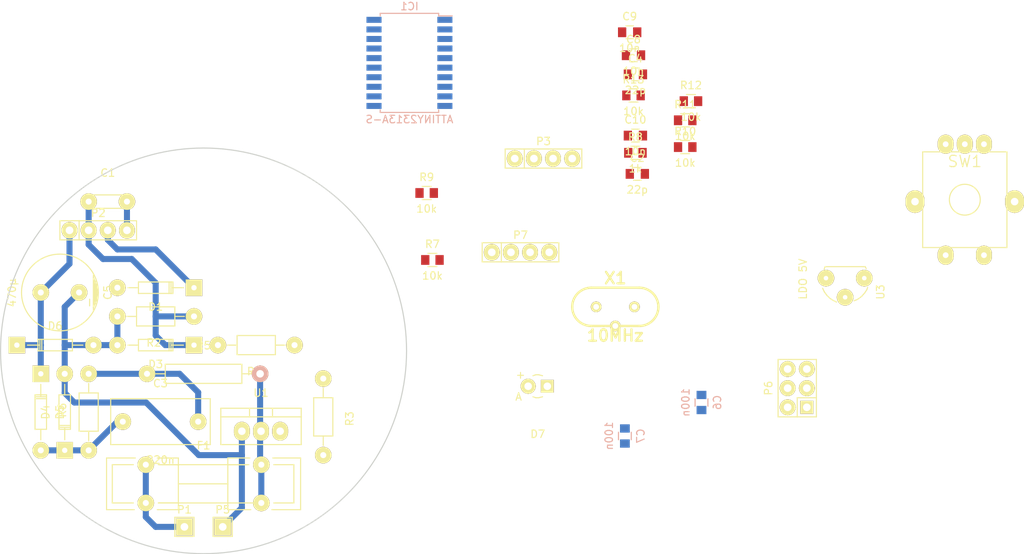
<source format=kicad_pcb>
(kicad_pcb (version 4) (host pcbnew "(2015-12-22 BZR 6403, Git 415c722)-product")

  (general
    (links 84)
    (no_connects 61)
    (area 44.374999 93.142999 98.373001 147.141001)
    (thickness 1.6)
    (drawings 1)
    (tracks 49)
    (zones 0)
    (modules 40)
    (nets 29)
  )

  (page A4)
  (layers
    (0 F.Cu signal)
    (31 B.Cu signal)
    (32 B.Adhes user)
    (33 F.Adhes user)
    (34 B.Paste user)
    (35 F.Paste user)
    (36 B.SilkS user)
    (37 F.SilkS user)
    (38 B.Mask user)
    (39 F.Mask user)
    (40 Dwgs.User user)
    (41 Cmts.User user)
    (42 Eco1.User user)
    (43 Eco2.User user)
    (44 Edge.Cuts user)
    (45 Margin user)
    (46 B.CrtYd user)
    (47 F.CrtYd user)
    (48 B.Fab user)
    (49 F.Fab user)
  )

  (setup
    (last_trace_width 0.8)
    (user_trace_width 0.3)
    (user_trace_width 0.4)
    (user_trace_width 0.5)
    (user_trace_width 0.6)
    (user_trace_width 0.7)
    (user_trace_width 0.8)
    (user_trace_width 1)
    (user_trace_width 1.1)
    (trace_clearance 0.1)
    (zone_clearance 0.508)
    (zone_45_only no)
    (trace_min 0.2)
    (segment_width 0.2)
    (edge_width 0.15)
    (via_size 2.2)
    (via_drill 0.8)
    (via_min_size 0.4)
    (via_min_drill 0.3)
    (uvia_size 0.3)
    (uvia_drill 0.1)
    (uvias_allowed no)
    (uvia_min_size 0.2)
    (uvia_min_drill 0.1)
    (pcb_text_width 0.3)
    (pcb_text_size 1.5 1.5)
    (mod_edge_width 0.15)
    (mod_text_size 1 1)
    (mod_text_width 0.15)
    (pad_size 2 0.8)
    (pad_drill 0)
    (pad_to_mask_clearance 0.2)
    (aux_axis_origin 0 0)
    (visible_elements FFFCF77F)
    (pcbplotparams
      (layerselection 0x00030_ffffffff)
      (usegerberextensions false)
      (excludeedgelayer true)
      (linewidth 0.100000)
      (plotframeref false)
      (viasonmask false)
      (mode 1)
      (useauxorigin false)
      (hpglpennumber 1)
      (hpglpenspeed 20)
      (hpglpendiameter 15)
      (hpglpenoverlay 2)
      (psnegative false)
      (psa4output false)
      (plotreference true)
      (plotvalue true)
      (plotinvisibletext false)
      (padsonsilk false)
      (subtractmaskfromsilk false)
      (outputformat 1)
      (mirror false)
      (drillshape 1)
      (scaleselection 1)
      (outputdirectory ""))
  )

  (net 0 "")
  (net 1 /SENSE)
  (net 2 GND)
  (net 3 "Net-(C2-Pad1)")
  (net 4 "Net-(C3-Pad1)")
  (net 5 "Net-(C3-Pad2)")
  (net 6 "Net-(C4-Pad1)")
  (net 7 "Net-(C5-Pad1)")
  (net 8 VCC)
  (net 9 "Net-(C8-Pad1)")
  (net 10 "Net-(C9-Pad1)")
  (net 11 "Net-(C10-Pad1)")
  (net 12 "Net-(D7-Pad1)")
  (net 13 "Net-(F1-Pad2)")
  (net 14 "Net-(F1-Pad1)")
  (net 15 "Net-(IC1-Pad1)")
  (net 16 "Net-(IC1-Pad2)")
  (net 17 "Net-(IC1-Pad3)")
  (net 18 "Net-(IC1-Pad7)")
  (net 19 "Net-(IC1-Pad13)")
  (net 20 "Net-(IC1-Pad17)")
  (net 21 "Net-(IC1-Pad18)")
  (net 22 "Net-(IC1-Pad19)")
  (net 23 "Net-(R3-Pad2)")
  (net 24 "Net-(C1-Pad1)")
  (net 25 GNDREF)
  (net 26 "Net-(C6-Pad2)")
  (net 27 "Net-(D1-Pad2)")
  (net 28 /PHASE)

  (net_class Default "This is the default net class."
    (clearance 0.1)
    (trace_width 0.8)
    (via_dia 2.2)
    (via_drill 0.8)
    (uvia_dia 0.3)
    (uvia_drill 0.1)
    (add_net /PHASE)
    (add_net /SENSE)
    (add_net GND)
    (add_net GNDREF)
    (add_net "Net-(C1-Pad1)")
    (add_net "Net-(C10-Pad1)")
    (add_net "Net-(C2-Pad1)")
    (add_net "Net-(C3-Pad1)")
    (add_net "Net-(C3-Pad2)")
    (add_net "Net-(C4-Pad1)")
    (add_net "Net-(C5-Pad1)")
    (add_net "Net-(C6-Pad2)")
    (add_net "Net-(C8-Pad1)")
    (add_net "Net-(C9-Pad1)")
    (add_net "Net-(D1-Pad2)")
    (add_net "Net-(D7-Pad1)")
    (add_net "Net-(F1-Pad1)")
    (add_net "Net-(F1-Pad2)")
    (add_net "Net-(IC1-Pad1)")
    (add_net "Net-(IC1-Pad13)")
    (add_net "Net-(IC1-Pad17)")
    (add_net "Net-(IC1-Pad18)")
    (add_net "Net-(IC1-Pad19)")
    (add_net "Net-(IC1-Pad2)")
    (add_net "Net-(IC1-Pad3)")
    (add_net "Net-(IC1-Pad7)")
    (add_net "Net-(R3-Pad2)")
    (add_net VCC)
  )

  (module Capacitors_ThroughHole:Capacitor6MMDiscRM5 (layer F.Cu) (tedit 56CB5D92) (tstamp 56CB5AC5)
    (at 59.055 100.965)
    (descr "Capacitor 6MM Disc RM 5MM")
    (tags C)
    (path /56C03CA0)
    (fp_text reference C1 (at 0 -3.81) (layer F.SilkS)
      (effects (font (size 1 1) (thickness 0.15)))
    )
    (fp_text value 100p (at 0 -2.286) (layer F.SilkS) hide
      (effects (font (size 1 1) (thickness 0.15)))
    )
    (fp_line (start -3.048 -0.889) (end -3.048 0.889) (layer F.SilkS) (width 0.15))
    (fp_line (start -3.048 0.889) (end 3.048 0.889) (layer F.SilkS) (width 0.15))
    (fp_line (start 3.048 0.889) (end 3.048 -0.889) (layer F.SilkS) (width 0.15))
    (fp_line (start 3.048 -0.889) (end -3.048 -0.889) (layer F.SilkS) (width 0.15))
    (pad 1 thru_hole circle (at -2.54 0) (size 2.2 2.2) (drill 0.8) (layers *.Cu *.Mask F.SilkS)
      (net 24 "Net-(C1-Pad1)"))
    (pad 2 thru_hole circle (at 2.54 0) (size 2.2 2.2) (drill 0.8) (layers *.Cu *.Mask F.SilkS)
      (net 25 GNDREF))
    (model Capacitors_ThroughHole/Capacitor6MMDiscRM5.wrl
      (at (xyz 0 0 0))
      (scale (xyz 1 1 1))
      (rotate (xyz 0 0 0))
    )
  )

  (module Capacitors_SMD:C_0805 (layer F.Cu) (tedit 5415D6EA) (tstamp 56CB5ACB)
    (at 129.286 97.282)
    (descr "Capacitor SMD 0805, reflow soldering, AVX (see smccp.pdf)")
    (tags "capacitor 0805")
    (path /56B71AB6)
    (attr smd)
    (fp_text reference C2 (at 0 -2.1) (layer F.SilkS)
      (effects (font (size 1 1) (thickness 0.15)))
    )
    (fp_text value 22p (at 0 2.1) (layer F.SilkS)
      (effects (font (size 1 1) (thickness 0.15)))
    )
    (fp_line (start -1.8 -1) (end 1.8 -1) (layer F.CrtYd) (width 0.05))
    (fp_line (start -1.8 1) (end 1.8 1) (layer F.CrtYd) (width 0.05))
    (fp_line (start -1.8 -1) (end -1.8 1) (layer F.CrtYd) (width 0.05))
    (fp_line (start 1.8 -1) (end 1.8 1) (layer F.CrtYd) (width 0.05))
    (fp_line (start 0.5 -0.85) (end -0.5 -0.85) (layer F.SilkS) (width 0.15))
    (fp_line (start -0.5 0.85) (end 0.5 0.85) (layer F.SilkS) (width 0.15))
    (pad 1 smd rect (at -1 0) (size 1.1 1.3) (layers F.Cu F.Paste F.Mask)
      (net 3 "Net-(C2-Pad1)"))
    (pad 2 smd rect (at 1 0) (size 1.1 1.3) (layers F.Cu F.Paste F.Mask)
      (net 2 GND))
    (model Capacitors_SMD/C_0805.wrl
      (at (xyz 0 0 0))
      (scale (xyz 1 1 1))
      (rotate (xyz 0 0 0))
    )
  )

  (module Capacitors_ThroughHole:Capacitor13x6x12mmRM10 (layer F.Cu) (tedit 56CB5D31) (tstamp 56CB5AD1)
    (at 66.04 130.175)
    (descr "Capacitor 13mm x 6mm x 12mm RM 10mm")
    (tags "ARCOTRONICS, R.46, capacitor")
    (path /56C0476F)
    (fp_text reference C3 (at 0 -5.08) (layer F.SilkS)
      (effects (font (size 1 1) (thickness 0.15)))
    )
    (fp_text value 220n (at 0 5.08) (layer F.SilkS)
      (effects (font (size 1 1) (thickness 0.15)))
    )
    (fp_line (start -6.604 -3.048) (end -6.604 3.048) (layer F.SilkS) (width 0.15))
    (fp_line (start -6.604 3.048) (end 6.604 3.048) (layer F.SilkS) (width 0.15))
    (fp_line (start 6.604 3.048) (end 6.604 -3.048) (layer F.SilkS) (width 0.15))
    (fp_line (start 6.604 -3.048) (end -6.604 -3.048) (layer F.SilkS) (width 0.15))
    (pad 1 thru_hole circle (at -5 0) (size 2.2 2.2) (drill 0.8) (layers *.Cu *.Mask F.SilkS)
      (net 4 "Net-(C3-Pad1)"))
    (pad 2 thru_hole circle (at 5 0) (size 2.2 2.2) (drill 0.8) (layers *.Cu *.Mask F.SilkS)
      (net 5 "Net-(C3-Pad2)"))
    (model Capacitors_ThroughHole/Capacitor13x6x12mmRM10.wrl
      (at (xyz 0 0 0))
      (scale (xyz 4 4 4))
      (rotate (xyz 0 0 0))
    )
  )

  (module Capacitors_SMD:C_0805 (layer F.Cu) (tedit 56CB5E63) (tstamp 56CB5AD7)
    (at 129.032 84.074)
    (descr "Capacitor SMD 0805, reflow soldering, AVX (see smccp.pdf)")
    (tags "capacitor 0805")
    (path /56B71C3A)
    (attr smd)
    (fp_text reference C4 (at 0 -2.1) (layer F.SilkS)
      (effects (font (size 1 1) (thickness 0.15)))
    )
    (fp_text value 22p (at 0 2.1) (layer F.SilkS)
      (effects (font (size 1 1) (thickness 0.15)))
    )
    (fp_line (start -1.8 -1) (end 1.8 -1) (layer F.CrtYd) (width 0.05))
    (fp_line (start -1.8 1) (end 1.8 1) (layer F.CrtYd) (width 0.05))
    (fp_line (start -1.8 -1) (end -1.8 1) (layer F.CrtYd) (width 0.05))
    (fp_line (start 1.8 -1) (end 1.8 1) (layer F.CrtYd) (width 0.05))
    (fp_line (start 0.5 -0.85) (end -0.5 -0.85) (layer F.SilkS) (width 0.15))
    (fp_line (start -0.5 0.85) (end 0.5 0.85) (layer F.SilkS) (width 0.15))
    (pad 1 smd rect (at -1 0) (size 1.1 1.3) (layers F.Cu F.Paste F.Mask)
      (net 6 "Net-(C4-Pad1)"))
    (pad 2 smd rect (at 1 0) (size 1.1 1.3) (layers F.Cu F.Paste F.Mask)
      (net 2 GND))
    (model Capacitors_SMD/C_0805.wrl
      (at (xyz 0 0 0))
      (scale (xyz 1 1 1))
      (rotate (xyz 0 0 0))
    )
  )

  (module Capacitors_ThroughHole:Capacitor10x16RM5 (layer F.Cu) (tedit 56CB5D48) (tstamp 56CB5ADD)
    (at 52.705 113.03 270)
    (descr "Capacitor, pol, cyl 10x16mm")
    (path /56B67334)
    (fp_text reference C5 (at 0 -6.35 270) (layer F.SilkS)
      (effects (font (size 1 1) (thickness 0.15)))
    )
    (fp_text value 470μ (at 0 6.35 270) (layer F.SilkS)
      (effects (font (size 1 1) (thickness 0.15)))
    )
    (fp_line (start -2.413 -4.445) (end 2.413 -4.445) (layer F.SilkS) (width 0.15))
    (fp_line (start 1.143 -4.826) (end -1.143 -4.826) (layer F.SilkS) (width 0.15))
    (fp_circle (center 0 0) (end 5.08 0.381) (layer F.SilkS) (width 0.15))
    (fp_line (start 2.032 -4.445) (end -2.032 -4.445) (layer F.SilkS) (width 0.15))
    (fp_line (start -2.032 -4.445) (end -1.651 -4.572) (layer F.SilkS) (width 0.15))
    (fp_line (start -1.651 -4.572) (end 1.651 -4.572) (layer F.SilkS) (width 0.15))
    (fp_line (start 1.651 -4.572) (end 2.032 -4.445) (layer F.SilkS) (width 0.15))
    (fp_line (start 0.889 -3.937) (end 1.778 -3.937) (layer F.SilkS) (width 0.15))
    (fp_line (start 1.016 -4.953) (end -1.016 -4.953) (layer F.SilkS) (width 0.15))
    (fp_line (start -1.016 -4.826) (end 1.016 -4.826) (layer F.SilkS) (width 0.15))
    (fp_line (start -1.524 -4.699) (end 1.524 -4.699) (layer F.SilkS) (width 0.15))
    (pad 1 thru_hole circle (at 0 2.54 270) (size 2.2 2.2) (drill 0.8) (layers *.Cu *.Mask F.SilkS)
      (net 7 "Net-(C5-Pad1)"))
    (pad 2 thru_hole circle (at 0 -2.54 270) (size 2.2 2.2) (drill 0.8) (layers *.Cu *.Mask F.SilkS)
      (net 25 GNDREF))
    (model Capacitors_ThroughHole/Capacitor10x16RM5.wrl
      (at (xyz 0 0 0))
      (scale (xyz 1 1 1))
      (rotate (xyz 0 0 0))
    )
  )

  (module Capacitors_SMD:C_0805 (layer B.Cu) (tedit 5415D6EA) (tstamp 56CB5AE3)
    (at 137.795 127.635 90)
    (descr "Capacitor SMD 0805, reflow soldering, AVX (see smccp.pdf)")
    (tags "capacitor 0805")
    (path /56B69533)
    (attr smd)
    (fp_text reference C6 (at 0 2.1 90) (layer B.SilkS)
      (effects (font (size 1 1) (thickness 0.15)) (justify mirror))
    )
    (fp_text value 100n (at 0 -2.1 90) (layer B.SilkS)
      (effects (font (size 1 1) (thickness 0.15)) (justify mirror))
    )
    (fp_line (start -1.8 1) (end 1.8 1) (layer B.CrtYd) (width 0.05))
    (fp_line (start -1.8 -1) (end 1.8 -1) (layer B.CrtYd) (width 0.05))
    (fp_line (start -1.8 1) (end -1.8 -1) (layer B.CrtYd) (width 0.05))
    (fp_line (start 1.8 1) (end 1.8 -1) (layer B.CrtYd) (width 0.05))
    (fp_line (start 0.5 0.85) (end -0.5 0.85) (layer B.SilkS) (width 0.15))
    (fp_line (start -0.5 -0.85) (end 0.5 -0.85) (layer B.SilkS) (width 0.15))
    (pad 1 smd rect (at -1 0 90) (size 1.1 1.3) (layers B.Cu B.Paste B.Mask)
      (net 2 GND))
    (pad 2 smd rect (at 1 0 90) (size 1.1 1.3) (layers B.Cu B.Paste B.Mask)
      (net 26 "Net-(C6-Pad2)"))
    (model Capacitors_SMD/C_0805.wrl
      (at (xyz 0 0 0))
      (scale (xyz 1 1 1))
      (rotate (xyz 0 0 0))
    )
  )

  (module Capacitors_SMD:C_0805 (layer B.Cu) (tedit 5415D6EA) (tstamp 56CB5AE9)
    (at 127.635 132.08 90)
    (descr "Capacitor SMD 0805, reflow soldering, AVX (see smccp.pdf)")
    (tags "capacitor 0805")
    (path /56B69775)
    (attr smd)
    (fp_text reference C7 (at 0 2.1 90) (layer B.SilkS)
      (effects (font (size 1 1) (thickness 0.15)) (justify mirror))
    )
    (fp_text value 100n (at 0 -2.1 90) (layer B.SilkS)
      (effects (font (size 1 1) (thickness 0.15)) (justify mirror))
    )
    (fp_line (start -1.8 1) (end 1.8 1) (layer B.CrtYd) (width 0.05))
    (fp_line (start -1.8 -1) (end 1.8 -1) (layer B.CrtYd) (width 0.05))
    (fp_line (start -1.8 1) (end -1.8 -1) (layer B.CrtYd) (width 0.05))
    (fp_line (start 1.8 1) (end 1.8 -1) (layer B.CrtYd) (width 0.05))
    (fp_line (start 0.5 0.85) (end -0.5 0.85) (layer B.SilkS) (width 0.15))
    (fp_line (start -0.5 -0.85) (end 0.5 -0.85) (layer B.SilkS) (width 0.15))
    (pad 1 smd rect (at -1 0 90) (size 1.1 1.3) (layers B.Cu B.Paste B.Mask)
      (net 2 GND))
    (pad 2 smd rect (at 1 0 90) (size 1.1 1.3) (layers B.Cu B.Paste B.Mask)
      (net 8 VCC))
    (model Capacitors_SMD/C_0805.wrl
      (at (xyz 0 0 0))
      (scale (xyz 1 1 1))
      (rotate (xyz 0 0 0))
    )
  )

  (module Capacitors_SMD:C_0805 (layer F.Cu) (tedit 5415D6EA) (tstamp 56CB5AEF)
    (at 128.778 81.534)
    (descr "Capacitor SMD 0805, reflow soldering, AVX (see smccp.pdf)")
    (tags "capacitor 0805")
    (path /56B6CFF5)
    (attr smd)
    (fp_text reference C8 (at 0 -2.1) (layer F.SilkS)
      (effects (font (size 1 1) (thickness 0.15)))
    )
    (fp_text value 10n (at 0 2.1) (layer F.SilkS)
      (effects (font (size 1 1) (thickness 0.15)))
    )
    (fp_line (start -1.8 -1) (end 1.8 -1) (layer F.CrtYd) (width 0.05))
    (fp_line (start -1.8 1) (end 1.8 1) (layer F.CrtYd) (width 0.05))
    (fp_line (start -1.8 -1) (end -1.8 1) (layer F.CrtYd) (width 0.05))
    (fp_line (start 1.8 -1) (end 1.8 1) (layer F.CrtYd) (width 0.05))
    (fp_line (start 0.5 -0.85) (end -0.5 -0.85) (layer F.SilkS) (width 0.15))
    (fp_line (start -0.5 0.85) (end 0.5 0.85) (layer F.SilkS) (width 0.15))
    (pad 1 smd rect (at -1 0) (size 1.1 1.3) (layers F.Cu F.Paste F.Mask)
      (net 9 "Net-(C8-Pad1)"))
    (pad 2 smd rect (at 1 0) (size 1.1 1.3) (layers F.Cu F.Paste F.Mask)
      (net 2 GND))
    (model Capacitors_SMD/C_0805.wrl
      (at (xyz 0 0 0))
      (scale (xyz 1 1 1))
      (rotate (xyz 0 0 0))
    )
  )

  (module Capacitors_SMD:C_0805 (layer F.Cu) (tedit 5415D6EA) (tstamp 56CB5AF5)
    (at 128.27 78.486)
    (descr "Capacitor SMD 0805, reflow soldering, AVX (see smccp.pdf)")
    (tags "capacitor 0805")
    (path /56B6CF55)
    (attr smd)
    (fp_text reference C9 (at 0 -2.1) (layer F.SilkS)
      (effects (font (size 1 1) (thickness 0.15)))
    )
    (fp_text value 10n (at 0 2.1) (layer F.SilkS)
      (effects (font (size 1 1) (thickness 0.15)))
    )
    (fp_line (start -1.8 -1) (end 1.8 -1) (layer F.CrtYd) (width 0.05))
    (fp_line (start -1.8 1) (end 1.8 1) (layer F.CrtYd) (width 0.05))
    (fp_line (start -1.8 -1) (end -1.8 1) (layer F.CrtYd) (width 0.05))
    (fp_line (start 1.8 -1) (end 1.8 1) (layer F.CrtYd) (width 0.05))
    (fp_line (start 0.5 -0.85) (end -0.5 -0.85) (layer F.SilkS) (width 0.15))
    (fp_line (start -0.5 0.85) (end 0.5 0.85) (layer F.SilkS) (width 0.15))
    (pad 1 smd rect (at -1 0) (size 1.1 1.3) (layers F.Cu F.Paste F.Mask)
      (net 10 "Net-(C9-Pad1)"))
    (pad 2 smd rect (at 1 0) (size 1.1 1.3) (layers F.Cu F.Paste F.Mask)
      (net 2 GND))
    (model Capacitors_SMD/C_0805.wrl
      (at (xyz 0 0 0))
      (scale (xyz 1 1 1))
      (rotate (xyz 0 0 0))
    )
  )

  (module Capacitors_SMD:C_0805 (layer F.Cu) (tedit 5415D6EA) (tstamp 56CB5AFB)
    (at 129.032 92.202)
    (descr "Capacitor SMD 0805, reflow soldering, AVX (see smccp.pdf)")
    (tags "capacitor 0805")
    (path /56B738FF)
    (attr smd)
    (fp_text reference C10 (at 0 -2.1) (layer F.SilkS)
      (effects (font (size 1 1) (thickness 0.15)))
    )
    (fp_text value 10n (at 0 2.1) (layer F.SilkS)
      (effects (font (size 1 1) (thickness 0.15)))
    )
    (fp_line (start -1.8 -1) (end 1.8 -1) (layer F.CrtYd) (width 0.05))
    (fp_line (start -1.8 1) (end 1.8 1) (layer F.CrtYd) (width 0.05))
    (fp_line (start -1.8 -1) (end -1.8 1) (layer F.CrtYd) (width 0.05))
    (fp_line (start 1.8 -1) (end 1.8 1) (layer F.CrtYd) (width 0.05))
    (fp_line (start 0.5 -0.85) (end -0.5 -0.85) (layer F.SilkS) (width 0.15))
    (fp_line (start -0.5 0.85) (end 0.5 0.85) (layer F.SilkS) (width 0.15))
    (pad 1 smd rect (at -1 0) (size 1.1 1.3) (layers F.Cu F.Paste F.Mask)
      (net 11 "Net-(C10-Pad1)"))
    (pad 2 smd rect (at 1 0) (size 1.1 1.3) (layers F.Cu F.Paste F.Mask)
      (net 2 GND))
    (model Capacitors_SMD/C_0805.wrl
      (at (xyz 0 0 0))
      (scale (xyz 1 1 1))
      (rotate (xyz 0 0 0))
    )
  )

  (module Diodes_ThroughHole:Diode_DO-35_SOD27_Horizontal_RM10 (layer F.Cu) (tedit 0) (tstamp 56CB5B01)
    (at 65.405 112.395)
    (descr "Diode, DO-35,  SOD27, Horizontal, RM 10mm")
    (tags "Diode, DO-35, SOD27, Horizontal, RM 10mm, 1N4148,")
    (path /56C396A8)
    (fp_text reference D1 (at 0 2.54) (layer F.SilkS)
      (effects (font (size 1 1) (thickness 0.15)))
    )
    (fp_text value 5v (at -1.016 -3.556) (layer F.SilkS) hide
      (effects (font (size 1 1) (thickness 0.15)))
    )
    (fp_line (start -2.286 0) (end -3.683 0) (layer F.SilkS) (width 0.15))
    (fp_line (start 2.159 0) (end 3.683 0) (layer F.SilkS) (width 0.15))
    (fp_line (start 1.778 -0.762) (end 1.778 0.762) (layer F.SilkS) (width 0.15))
    (fp_line (start 2.032 -0.762) (end 2.032 0.762) (layer F.SilkS) (width 0.15))
    (fp_line (start 2.286 0) (end 2.286 0.762) (layer F.SilkS) (width 0.15))
    (fp_line (start 2.286 0.762) (end -2.286 0.762) (layer F.SilkS) (width 0.15))
    (fp_line (start -2.286 0.762) (end -2.286 -0.762) (layer F.SilkS) (width 0.15))
    (fp_line (start -2.286 -0.762) (end 2.286 -0.762) (layer F.SilkS) (width 0.15))
    (fp_line (start 2.286 -0.762) (end 2.286 0) (layer F.SilkS) (width 0.15))
    (pad 1 thru_hole circle (at -5.08 0) (size 2.2 2.2) (drill 0.8) (layers *.Cu *.Mask F.SilkS)
      (net 25 GNDREF))
    (pad 2 thru_hole rect (at 5.08 0) (size 2.2 2.2) (drill 0.70104) (layers *.Cu *.Mask F.SilkS)
      (net 27 "Net-(D1-Pad2)"))
    (model Diodes_ThroughHole/Diode_DO-35_SOD27_Horizontal_RM10.wrl
      (at (xyz 0 0 0))
      (scale (xyz 0.4 0.4 0.4))
      (rotate (xyz 0 0 0))
    )
  )

  (module Diodes_ThroughHole:Diode_DO-35_SOD27_Horizontal_RM10 (layer F.Cu) (tedit 0) (tstamp 56CB5B0D)
    (at 65.405 120.015)
    (descr "Diode, DO-35,  SOD27, Horizontal, RM 10mm")
    (tags "Diode, DO-35, SOD27, Horizontal, RM 10mm, 1N4148,")
    (path /56B6AA5E)
    (fp_text reference D3 (at 0 2.54) (layer F.SilkS)
      (effects (font (size 1 1) (thickness 0.15)))
    )
    (fp_text value 3.3v (at -1.016 -3.556) (layer F.SilkS) hide
      (effects (font (size 1 1) (thickness 0.15)))
    )
    (fp_line (start -2.286 0) (end -3.683 0) (layer F.SilkS) (width 0.15))
    (fp_line (start 2.159 0) (end 3.683 0) (layer F.SilkS) (width 0.15))
    (fp_line (start 1.778 -0.762) (end 1.778 0.762) (layer F.SilkS) (width 0.15))
    (fp_line (start 2.032 -0.762) (end 2.032 0.762) (layer F.SilkS) (width 0.15))
    (fp_line (start 2.286 0) (end 2.286 0.762) (layer F.SilkS) (width 0.15))
    (fp_line (start 2.286 0.762) (end -2.286 0.762) (layer F.SilkS) (width 0.15))
    (fp_line (start -2.286 0.762) (end -2.286 -0.762) (layer F.SilkS) (width 0.15))
    (fp_line (start -2.286 -0.762) (end 2.286 -0.762) (layer F.SilkS) (width 0.15))
    (fp_line (start 2.286 -0.762) (end 2.286 0) (layer F.SilkS) (width 0.15))
    (pad 1 thru_hole circle (at -5.08 0) (size 2.2 2.2) (drill 0.8) (layers *.Cu *.Mask F.SilkS)
      (net 25 GNDREF))
    (pad 2 thru_hole rect (at 5.08 0) (size 2.2 2.2) (drill 0.70104) (layers *.Cu *.Mask F.SilkS)
      (net 24 "Net-(C1-Pad1)"))
    (model Diodes_ThroughHole/Diode_DO-35_SOD27_Horizontal_RM10.wrl
      (at (xyz 0 0 0))
      (scale (xyz 0.4 0.4 0.4))
      (rotate (xyz 0 0 0))
    )
  )

  (module Diodes_ThroughHole:Diode_DO-35_SOD27_Horizontal_RM10 (layer F.Cu) (tedit 0) (tstamp 56CB5B13)
    (at 53.34 128.905 270)
    (descr "Diode, DO-35,  SOD27, Horizontal, RM 10mm")
    (tags "Diode, DO-35, SOD27, Horizontal, RM 10mm, 1N4148,")
    (path /56C2476A)
    (fp_text reference D4 (at 0 2.54 270) (layer F.SilkS)
      (effects (font (size 1 1) (thickness 0.15)))
    )
    (fp_text value DIODE (at -1.016 -3.556 270) (layer F.SilkS) hide
      (effects (font (size 1 1) (thickness 0.15)))
    )
    (fp_line (start -2.286 0) (end -3.683 0) (layer F.SilkS) (width 0.15))
    (fp_line (start 2.159 0) (end 3.683 0) (layer F.SilkS) (width 0.15))
    (fp_line (start 1.778 -0.762) (end 1.778 0.762) (layer F.SilkS) (width 0.15))
    (fp_line (start 2.032 -0.762) (end 2.032 0.762) (layer F.SilkS) (width 0.15))
    (fp_line (start 2.286 0) (end 2.286 0.762) (layer F.SilkS) (width 0.15))
    (fp_line (start 2.286 0.762) (end -2.286 0.762) (layer F.SilkS) (width 0.15))
    (fp_line (start -2.286 0.762) (end -2.286 -0.762) (layer F.SilkS) (width 0.15))
    (fp_line (start -2.286 -0.762) (end 2.286 -0.762) (layer F.SilkS) (width 0.15))
    (fp_line (start 2.286 -0.762) (end 2.286 0) (layer F.SilkS) (width 0.15))
    (pad 1 thru_hole circle (at -5.08 0 270) (size 2.2 2.2) (drill 0.8) (layers *.Cu *.Mask F.SilkS)
      (net 25 GNDREF))
    (pad 2 thru_hole rect (at 5.08 0 270) (size 2.2 2.2) (drill 0.70104) (layers *.Cu *.Mask F.SilkS)
      (net 4 "Net-(C3-Pad1)"))
    (model Diodes_ThroughHole/Diode_DO-35_SOD27_Horizontal_RM10.wrl
      (at (xyz 0 0 0))
      (scale (xyz 0.4 0.4 0.4))
      (rotate (xyz 0 0 0))
    )
  )

  (module Diodes_ThroughHole:Diode_DO-35_SOD27_Horizontal_RM10 (layer F.Cu) (tedit 0) (tstamp 56CB5B19)
    (at 50.165 128.905 90)
    (descr "Diode, DO-35,  SOD27, Horizontal, RM 10mm")
    (tags "Diode, DO-35, SOD27, Horizontal, RM 10mm, 1N4148,")
    (path /56C24BD0)
    (fp_text reference D5 (at 0 2.54 90) (layer F.SilkS)
      (effects (font (size 1 1) (thickness 0.15)))
    )
    (fp_text value DIODE (at -1.016 -3.556 90) (layer F.SilkS) hide
      (effects (font (size 1 1) (thickness 0.15)))
    )
    (fp_line (start -2.286 0) (end -3.683 0) (layer F.SilkS) (width 0.15))
    (fp_line (start 2.159 0) (end 3.683 0) (layer F.SilkS) (width 0.15))
    (fp_line (start 1.778 -0.762) (end 1.778 0.762) (layer F.SilkS) (width 0.15))
    (fp_line (start 2.032 -0.762) (end 2.032 0.762) (layer F.SilkS) (width 0.15))
    (fp_line (start 2.286 0) (end 2.286 0.762) (layer F.SilkS) (width 0.15))
    (fp_line (start 2.286 0.762) (end -2.286 0.762) (layer F.SilkS) (width 0.15))
    (fp_line (start -2.286 0.762) (end -2.286 -0.762) (layer F.SilkS) (width 0.15))
    (fp_line (start -2.286 -0.762) (end 2.286 -0.762) (layer F.SilkS) (width 0.15))
    (fp_line (start 2.286 -0.762) (end 2.286 0) (layer F.SilkS) (width 0.15))
    (pad 1 thru_hole circle (at -5.08 0 90) (size 2.2 2.2) (drill 0.8) (layers *.Cu *.Mask F.SilkS)
      (net 4 "Net-(C3-Pad1)"))
    (pad 2 thru_hole rect (at 5.08 0 90) (size 2.2 2.2) (drill 0.70104) (layers *.Cu *.Mask F.SilkS)
      (net 7 "Net-(C5-Pad1)"))
    (model Diodes_ThroughHole/Diode_DO-35_SOD27_Horizontal_RM10.wrl
      (at (xyz 0 0 0))
      (scale (xyz 0.4 0.4 0.4))
      (rotate (xyz 0 0 0))
    )
  )

  (module Diodes_ThroughHole:Diode_DO-35_SOD27_Horizontal_RM10 (layer F.Cu) (tedit 56CB5D5C) (tstamp 56CB5B1F)
    (at 52.07 120.015 180)
    (descr "Diode, DO-35,  SOD27, Horizontal, RM 10mm")
    (tags "Diode, DO-35, SOD27, Horizontal, RM 10mm, 1N4148,")
    (path /56C24E58)
    (fp_text reference D6 (at 0 2.54 180) (layer F.SilkS)
      (effects (font (size 1 1) (thickness 0.15)))
    )
    (fp_text value 8.2v (at -1.016 -3.556 180) (layer F.SilkS) hide
      (effects (font (size 1 1) (thickness 0.15)))
    )
    (fp_line (start -2.286 0) (end -3.683 0) (layer F.SilkS) (width 0.15))
    (fp_line (start 2.159 0) (end 3.683 0) (layer F.SilkS) (width 0.15))
    (fp_line (start 1.778 -0.762) (end 1.778 0.762) (layer F.SilkS) (width 0.15))
    (fp_line (start 2.032 -0.762) (end 2.032 0.762) (layer F.SilkS) (width 0.15))
    (fp_line (start 2.286 0) (end 2.286 0.762) (layer F.SilkS) (width 0.15))
    (fp_line (start 2.286 0.762) (end -2.286 0.762) (layer F.SilkS) (width 0.15))
    (fp_line (start -2.286 0.762) (end -2.286 -0.762) (layer F.SilkS) (width 0.15))
    (fp_line (start -2.286 -0.762) (end 2.286 -0.762) (layer F.SilkS) (width 0.15))
    (fp_line (start 2.286 -0.762) (end 2.286 0) (layer F.SilkS) (width 0.15))
    (pad 1 thru_hole circle (at -5.08 0 180) (size 2.2 2.2) (drill 0.8) (layers *.Cu *.Mask F.SilkS)
      (net 25 GNDREF))
    (pad 2 thru_hole rect (at 5.08 0 180) (size 2.2 2.2) (drill 0.70104) (layers *.Cu *.Mask F.SilkS)
      (net 7 "Net-(C5-Pad1)"))
    (model Diodes_ThroughHole/Diode_DO-35_SOD27_Horizontal_RM10.wrl
      (at (xyz 0 0 0))
      (scale (xyz 0.4 0.4 0.4))
      (rotate (xyz 0 0 0))
    )
  )

  (module Diodes_ThroughHole:Diode_LED_3mm_round_vertical (layer F.Cu) (tedit 0) (tstamp 56CB5B25)
    (at 116.078 125.476)
    (descr "Leuchtdiode, LED, 3mm, round, rund,  vertical,")
    (tags "Leuchtdiode, LED,  3mm, round, rund,  vertical,")
    (path /56C322FB)
    (fp_text reference D7 (at 0 6.35) (layer F.SilkS)
      (effects (font (size 1 1) (thickness 0.15)))
    )
    (fp_text value LED (at 0 -5.08) (layer F.SilkS) hide
      (effects (font (size 1 1) (thickness 0.15)))
    )
    (fp_text user A (at -2.54 1.397) (layer F.SilkS)
      (effects (font (size 1 1) (thickness 0.15)))
    )
    (fp_line (start -0.635 1.397) (end -0.254 1.524) (layer F.SilkS) (width 0.15))
    (fp_line (start -0.254 1.524) (end 0.127 1.524) (layer F.SilkS) (width 0.15))
    (fp_line (start 0.127 1.524) (end 0.635 1.397) (layer F.SilkS) (width 0.15))
    (fp_line (start -0.635 -1.397) (end -0.254 -1.524) (layer F.SilkS) (width 0.15))
    (fp_line (start -0.254 -1.524) (end 0.127 -1.524) (layer F.SilkS) (width 0.15))
    (fp_line (start 0.127 -1.524) (end 0.635 -1.397) (layer F.SilkS) (width 0.15))
    (fp_text user + (at -2.286 -1.524) (layer F.SilkS)
      (effects (font (size 1 1) (thickness 0.15)))
    )
    (pad 1 thru_hole circle (at -1.27 0 90) (size 1.99898 1.99898) (drill 1.00076) (layers *.Cu *.Mask F.SilkS)
      (net 12 "Net-(D7-Pad1)"))
    (pad 2 thru_hole rect (at 1.27 0) (size 1.69926 1.69926) (drill 1.00076) (layers *.Cu *.Mask F.SilkS)
      (net 2 GND))
    (model Diodes_ThroughHole/Diode_LED_3mm_round_vertical.wrl
      (at (xyz 0 0 0))
      (scale (xyz 0.4 0.4 0.4))
      (rotate (xyz 0 0 0))
    )
  )

  (module Fuse_Holders_and_Fuses:Fuseholder5x20_horiz_open_lateral_Type-II (layer F.Cu) (tedit 56CB5D3F) (tstamp 56CB5B2D)
    (at 71.755 138.43)
    (descr "Fuseholder, 5x20, open, horizontal, Type-II, lateral,")
    (tags "Fuseholder, 5x20, open, horizontal, Type-II, lateral, Sicherungshalter, offen,")
    (path /56B74EEA)
    (fp_text reference F1 (at 0 -5.08) (layer F.SilkS)
      (effects (font (size 1 1) (thickness 0.15)))
    )
    (fp_text value FUSE (at -1.27 6.35) (layer F.SilkS) hide
      (effects (font (size 1 1) (thickness 0.15)))
    )
    (fp_line (start 3.2512 0) (end -3.2512 0) (layer F.SilkS) (width 0.15))
    (fp_line (start 12.86764 3.429) (end 9.05764 3.429) (layer F.SilkS) (width 0.15))
    (fp_line (start 3.21564 3.429) (end 6.26364 3.429) (layer F.SilkS) (width 0.15))
    (fp_line (start 5.715 2.54) (end 8.382 2.54) (layer F.SilkS) (width 0.15))
    (fp_line (start 11.97864 2.54) (end 9.31164 2.54) (layer F.SilkS) (width 0.15))
    (fp_line (start 3.21564 -2.54) (end 6.00964 -2.54) (layer F.SilkS) (width 0.15))
    (fp_line (start 11.9761 -2.54) (end 9.3091 -2.54) (layer F.SilkS) (width 0.15))
    (fp_line (start 12.86764 -3.429) (end 9.18464 -3.429) (layer F.SilkS) (width 0.15))
    (fp_line (start 3.21564 -3.429) (end 6.13664 -3.429) (layer F.SilkS) (width 0.15))
    (fp_line (start -12.86764 3.429) (end -9.18464 3.429) (layer F.SilkS) (width 0.15))
    (fp_line (start -3.34264 3.429) (end -6.13664 3.429) (layer F.SilkS) (width 0.15))
    (fp_line (start -5.88264 2.54) (end -6.00964 2.54) (layer F.SilkS) (width 0.15))
    (fp_line (start -5.88264 2.54) (end -3.34264 2.54) (layer F.SilkS) (width 0.15))
    (fp_line (start -12.10564 2.54) (end -9.31164 2.54) (layer F.SilkS) (width 0.15))
    (fp_line (start -12.86764 -3.429) (end -9.05764 -3.429) (layer F.SilkS) (width 0.15))
    (fp_line (start -3.34264 -3.429) (end -6.13664 -3.429) (layer F.SilkS) (width 0.15))
    (fp_line (start -3.34264 -2.54) (end -6.00964 -2.54) (layer F.SilkS) (width 0.15))
    (fp_line (start -12.10564 -2.54) (end -9.31164 -2.54) (layer F.SilkS) (width 0.15))
    (fp_line (start 12.86764 -3.429) (end 12.86764 3.429) (layer F.SilkS) (width 0.15))
    (fp_line (start 3.21564 3.429) (end 3.21564 2.54) (layer F.SilkS) (width 0.15))
    (fp_line (start 3.21564 -3.429) (end 3.21564 -2.54) (layer F.SilkS) (width 0.15))
    (fp_line (start -12.86764 -3.429) (end -12.86764 3.429) (layer F.SilkS) (width 0.15))
    (fp_line (start -3.34264 3.429) (end -3.34264 2.54) (layer F.SilkS) (width 0.15))
    (fp_line (start -3.34264 -3.429) (end -3.34264 -2.413) (layer F.SilkS) (width 0.15))
    (fp_line (start 5.715 2.54) (end -5.969 2.54) (layer F.SilkS) (width 0.15))
    (fp_line (start -5.842 -2.54) (end 5.715 -2.54) (layer F.SilkS) (width 0.15))
    (fp_line (start -3.34264 0) (end -3.34264 -2.54) (layer F.SilkS) (width 0.15))
    (fp_line (start -12.1031 -2.54) (end -12.1031 2.54) (layer F.SilkS) (width 0.15))
    (fp_line (start -3.34264 2.54) (end -3.34264 0) (layer F.SilkS) (width 0.15))
    (fp_line (start 3.21564 0) (end 3.21564 -2.54) (layer F.SilkS) (width 0.15))
    (fp_line (start 11.9761 -2.54) (end 11.9761 2.54) (layer F.SilkS) (width 0.15))
    (fp_line (start 3.21564 2.54) (end 3.21564 0) (layer F.SilkS) (width 0.15))
    (pad 2 thru_hole circle (at 7.66064 -2.54) (size 2.2 2.2) (drill 0.8) (layers *.Cu *.Mask F.SilkS)
      (net 13 "Net-(F1-Pad2)"))
    (pad 2 thru_hole circle (at 7.66064 2.54) (size 2.2 2.2) (drill 0.8) (layers *.Cu *.Mask F.SilkS)
      (net 13 "Net-(F1-Pad2)"))
    (pad 1 thru_hole circle (at -7.66064 -2.54) (size 2.2 2.2) (drill 0.8) (layers *.Cu *.Mask F.SilkS)
      (net 14 "Net-(F1-Pad1)"))
    (pad 1 thru_hole circle (at -7.66064 2.54) (size 2.2 2.2) (drill 0.8) (layers *.Cu *.Mask F.SilkS)
      (net 14 "Net-(F1-Pad1)"))
  )

  (module Pin_Headers:Pin_Header_Straight_1x01 (layer F.Cu) (tedit 0) (tstamp 56CB5B4A)
    (at 69.215 144.145)
    (descr "Through hole pin header")
    (tags "pin header")
    (path /56C266E3)
    (fp_text reference P1 (at 0 -2.286) (layer F.SilkS)
      (effects (font (size 1 1) (thickness 0.15)))
    )
    (fp_text value "MAINS LIVE" (at 0 0) (layer F.SilkS) hide
      (effects (font (size 1 1) (thickness 0.15)))
    )
    (fp_line (start -1.27 -1.27) (end -1.27 1.27) (layer F.SilkS) (width 0.15))
    (fp_line (start -1.27 1.27) (end 1.27 1.27) (layer F.SilkS) (width 0.15))
    (fp_line (start 1.27 1.27) (end 1.27 -1.27) (layer F.SilkS) (width 0.15))
    (fp_line (start 1.27 -1.27) (end -1.27 -1.27) (layer F.SilkS) (width 0.15))
    (pad 1 thru_hole rect (at 0 0) (size 2.2352 2.2352) (drill 1.016) (layers *.Cu *.Mask F.SilkS)
      (net 14 "Net-(F1-Pad1)"))
    (model Pin_Headers/Pin_Header_Straight_1x01.wrl
      (at (xyz 0 0 0))
      (scale (xyz 1 1 1))
      (rotate (xyz 0 0 0))
    )
  )

  (module Pin_Headers:Pin_Header_Straight_1x01 (layer F.Cu) (tedit 0) (tstamp 56CB5B5E)
    (at 74.295 144.145)
    (descr "Through hole pin header")
    (tags "pin header")
    (path /56C26F29)
    (fp_text reference P5 (at 0 -2.286) (layer F.SilkS)
      (effects (font (size 1 1) (thickness 0.15)))
    )
    (fp_text value "MAINS GROUND" (at 0 0) (layer F.SilkS) hide
      (effects (font (size 1 1) (thickness 0.15)))
    )
    (fp_line (start -1.27 -1.27) (end -1.27 1.27) (layer F.SilkS) (width 0.15))
    (fp_line (start -1.27 1.27) (end 1.27 1.27) (layer F.SilkS) (width 0.15))
    (fp_line (start 1.27 1.27) (end 1.27 -1.27) (layer F.SilkS) (width 0.15))
    (fp_line (start 1.27 -1.27) (end -1.27 -1.27) (layer F.SilkS) (width 0.15))
    (pad 1 thru_hole rect (at 0 0) (size 2.2352 2.2352) (drill 1.016) (layers *.Cu *.Mask F.SilkS)
      (net 25 GNDREF))
    (model Pin_Headers/Pin_Header_Straight_1x01.wrl
      (at (xyz 0 0 0))
      (scale (xyz 1 1 1))
      (rotate (xyz 0 0 0))
    )
  )

  (module Pin_Headers:Pin_Header_Straight_2x03 (layer F.Cu) (tedit 56CB5DF7) (tstamp 56CB5B68)
    (at 150.495 125.73 90)
    (descr "Through hole pin header")
    (tags "pin header")
    (path /56B6EE7F)
    (fp_text reference P6 (at 0 -3.81 90) (layer F.SilkS)
      (effects (font (size 1 1) (thickness 0.15)))
    )
    (fp_text value ISP (at 0 0 90) (layer F.SilkS) hide
      (effects (font (size 1 1) (thickness 0.15)))
    )
    (fp_line (start -3.81 0) (end -1.27 0) (layer F.SilkS) (width 0.15))
    (fp_line (start -1.27 0) (end -1.27 2.54) (layer F.SilkS) (width 0.15))
    (fp_line (start -3.81 2.54) (end 3.81 2.54) (layer F.SilkS) (width 0.15))
    (fp_line (start 3.81 2.54) (end 3.81 -2.54) (layer F.SilkS) (width 0.15))
    (fp_line (start 3.81 -2.54) (end -1.27 -2.54) (layer F.SilkS) (width 0.15))
    (fp_line (start -3.81 2.54) (end -3.81 0) (layer F.SilkS) (width 0.15))
    (fp_line (start -3.81 -2.54) (end -3.81 0) (layer F.SilkS) (width 0.15))
    (fp_line (start -1.27 -2.54) (end -3.81 -2.54) (layer F.SilkS) (width 0.15))
    (pad 1 thru_hole rect (at -2.54 1.27 90) (size 1.7272 1.7272) (drill 1.016) (layers *.Cu *.Mask F.SilkS)
      (net 21 "Net-(IC1-Pad18)"))
    (pad 2 thru_hole oval (at -2.54 -1.27 90) (size 2.1 2.1) (drill 1.016) (layers *.Cu *.Mask F.SilkS)
      (net 8 VCC))
    (pad 3 thru_hole oval (at 0 1.27 90) (size 2.1 2.1) (drill 1.016) (layers *.Cu *.Mask F.SilkS)
      (net 22 "Net-(IC1-Pad19)"))
    (pad 4 thru_hole oval (at 0 -1.27 90) (size 2.1 2.1) (drill 1.016) (layers *.Cu *.Mask F.SilkS)
      (net 20 "Net-(IC1-Pad17)"))
    (pad 5 thru_hole oval (at 2.54 1.27 90) (size 2.1 2.1) (drill 1.016) (layers *.Cu *.Mask F.SilkS)
      (net 15 "Net-(IC1-Pad1)"))
    (pad 6 thru_hole oval (at 2.54 -1.27 90) (size 2.1 2.1) (drill 1.016) (layers *.Cu *.Mask F.SilkS)
      (net 2 GND))
    (model Pin_Headers/Pin_Header_Straight_2x03.wrl
      (at (xyz 0 0 0))
      (scale (xyz 1 1 1))
      (rotate (xyz 0 0 0))
    )
  )

  (module Pin_Headers:Pin_Header_Straight_1x04 (layer F.Cu) (tedit 56CB5E12) (tstamp 56CB5B70)
    (at 113.792 107.696)
    (descr "Through hole pin header")
    (tags "pin header")
    (path /56B6FF72)
    (fp_text reference P7 (at 0 -2.286) (layer F.SilkS)
      (effects (font (size 1 1) (thickness 0.15)))
    )
    (fp_text value COMM (at 0 0) (layer F.SilkS) hide
      (effects (font (size 1 1) (thickness 0.15)))
    )
    (fp_line (start -2.54 1.27) (end 5.08 1.27) (layer F.SilkS) (width 0.15))
    (fp_line (start -2.54 -1.27) (end 5.08 -1.27) (layer F.SilkS) (width 0.15))
    (fp_line (start -5.08 -1.27) (end -2.54 -1.27) (layer F.SilkS) (width 0.15))
    (fp_line (start 5.08 1.27) (end 5.08 -1.27) (layer F.SilkS) (width 0.15))
    (fp_line (start -2.54 -1.27) (end -2.54 1.27) (layer F.SilkS) (width 0.15))
    (fp_line (start -5.08 -1.27) (end -5.08 1.27) (layer F.SilkS) (width 0.15))
    (fp_line (start -5.08 1.27) (end -2.54 1.27) (layer F.SilkS) (width 0.15))
    (pad 1 thru_hole oval (at -3.81 0) (size 2.1 2.2) (drill 1.016) (layers *.Cu *.Mask F.SilkS)
      (net 8 VCC))
    (pad 2 thru_hole oval (at -1.27 0) (size 2.1 2.2) (drill 1.016) (layers *.Cu *.Mask F.SilkS)
      (net 16 "Net-(IC1-Pad2)"))
    (pad 3 thru_hole oval (at 1.27 0) (size 2.1 2.2) (drill 1.016) (layers *.Cu *.Mask F.SilkS)
      (net 17 "Net-(IC1-Pad3)"))
    (pad 4 thru_hole oval (at 3.81 0) (size 2.1 2.2) (drill 1.016) (layers *.Cu *.Mask F.SilkS)
      (net 2 GND))
    (model Pin_Headers/Pin_Header_Straight_1x04.wrl
      (at (xyz 0 0 0))
      (scale (xyz 1 1 1))
      (rotate (xyz 0 0 0))
    )
  )

  (module Resistors_ThroughHole:Resistor_Horizontal_RM10mm (layer F.Cu) (tedit 56CB5D8C) (tstamp 56CB5B82)
    (at 87.63 129.54 270)
    (descr "Resistor, Axial,  RM 10mm, 1/3W,")
    (tags "Resistor, Axial, RM 10mm, 1/3W,")
    (path /56B6BAF0)
    (fp_text reference R3 (at 0.24892 -3.50012 270) (layer F.SilkS)
      (effects (font (size 1 1) (thickness 0.15)))
    )
    (fp_text value 470Ω (at 3.81 3.81 270) (layer F.SilkS) hide
      (effects (font (size 1 1) (thickness 0.15)))
    )
    (fp_line (start -2.54 -1.27) (end 2.54 -1.27) (layer F.SilkS) (width 0.15))
    (fp_line (start 2.54 -1.27) (end 2.54 1.27) (layer F.SilkS) (width 0.15))
    (fp_line (start 2.54 1.27) (end -2.54 1.27) (layer F.SilkS) (width 0.15))
    (fp_line (start -2.54 1.27) (end -2.54 -1.27) (layer F.SilkS) (width 0.15))
    (fp_line (start -2.54 0) (end -3.81 0) (layer F.SilkS) (width 0.15))
    (fp_line (start 2.54 0) (end 3.81 0) (layer F.SilkS) (width 0.15))
    (pad 1 thru_hole circle (at -5.08 0 270) (size 2.2 2.2) (drill 0.8) (layers *.Cu *.Mask F.SilkS)
      (net 27 "Net-(D1-Pad2)"))
    (pad 2 thru_hole circle (at 5.08 0 270) (size 2.2 2.2) (drill 0.8) (layers *.Cu *.Mask F.SilkS)
      (net 23 "Net-(R3-Pad2)"))
    (model Resistors_ThroughHole/Resistor_Horizontal_RM10mm.wrl
      (at (xyz 0 0 0))
      (scale (xyz 0.4 0.4 0.4))
      (rotate (xyz 0 0 0))
    )
  )

  (module Resistors_ThroughHole:Resistor_Horizontal_RM15mm (layer F.Cu) (tedit 56CB5D83) (tstamp 56CB5B8E)
    (at 71.755 123.825)
    (descr "Resistor, Axial, RM 15mm,")
    (tags "Resistor, Axial, RM 15mm,")
    (path /56C044CF)
    (fp_text reference R5 (at 0 -3.74904) (layer F.SilkS)
      (effects (font (size 1 1) (thickness 0.15)))
    )
    (fp_text value 510Ω (at 0 4.0005) (layer F.SilkS) hide
      (effects (font (size 1 1) (thickness 0.15)))
    )
    (fp_line (start -5.08 -1.27) (end -5.08 1.27) (layer F.SilkS) (width 0.15))
    (fp_line (start -5.08 1.27) (end 5.08 1.27) (layer F.SilkS) (width 0.15))
    (fp_line (start 5.08 1.27) (end 5.08 -1.27) (layer F.SilkS) (width 0.15))
    (fp_line (start 5.08 -1.27) (end -5.08 -1.27) (layer F.SilkS) (width 0.15))
    (fp_line (start 6.35 0) (end 5.08 0) (layer F.SilkS) (width 0.15))
    (fp_line (start -6.35 0) (end -5.08 0) (layer F.SilkS) (width 0.15))
    (pad 1 thru_hole circle (at -7.5 0) (size 2.2 2.2) (drill 0.8) (layers *.Cu *.Mask F.SilkS)
      (net 5 "Net-(C3-Pad2)"))
    (pad 2 thru_hole circle (at 7.5 0) (size 2.2 2.2) (drill 1.00076) (layers *.Cu *.SilkS *.Mask)
      (net 13 "Net-(F1-Pad2)"))
    (model Resistors_ThroughHole/Resistor_Horizontal_RM15mm.wrl
      (at (xyz 0 0 0))
      (scale (xyz 0.4 0.4 0.4))
      (rotate (xyz 0 0 0))
    )
  )

  (module Resistors_SMD:R_0805 (layer F.Cu) (tedit 5415CDEB) (tstamp 56CB5B9A)
    (at 102.108 108.712)
    (descr "Resistor SMD 0805, reflow soldering, Vishay (see dcrcw.pdf)")
    (tags "resistor 0805")
    (path /56B6E820)
    (attr smd)
    (fp_text reference R7 (at 0 -2.1) (layer F.SilkS)
      (effects (font (size 1 1) (thickness 0.15)))
    )
    (fp_text value 10k (at 0 2.1) (layer F.SilkS)
      (effects (font (size 1 1) (thickness 0.15)))
    )
    (fp_line (start -1.6 -1) (end 1.6 -1) (layer F.CrtYd) (width 0.05))
    (fp_line (start -1.6 1) (end 1.6 1) (layer F.CrtYd) (width 0.05))
    (fp_line (start -1.6 -1) (end -1.6 1) (layer F.CrtYd) (width 0.05))
    (fp_line (start 1.6 -1) (end 1.6 1) (layer F.CrtYd) (width 0.05))
    (fp_line (start 0.6 0.875) (end -0.6 0.875) (layer F.SilkS) (width 0.15))
    (fp_line (start -0.6 -0.875) (end 0.6 -0.875) (layer F.SilkS) (width 0.15))
    (pad 1 smd rect (at -0.95 0) (size 1.1 1.3) (layers F.Cu F.Paste F.Mask)
      (net 15 "Net-(IC1-Pad1)"))
    (pad 2 smd rect (at 0.95 0) (size 1.1 1.3) (layers F.Cu F.Paste F.Mask)
      (net 8 VCC))
    (model Resistors_SMD/R_0805.wrl
      (at (xyz 0 0 0))
      (scale (xyz 1 1 1))
      (rotate (xyz 0 0 0))
    )
  )

  (module Resistors_SMD:R_0805 (layer F.Cu) (tedit 5415CDEB) (tstamp 56CB5BA0)
    (at 129.032 94.488)
    (descr "Resistor SMD 0805, reflow soldering, Vishay (see dcrcw.pdf)")
    (tags "resistor 0805")
    (path /56C3207A)
    (attr smd)
    (fp_text reference R8 (at 0 -2.1) (layer F.SilkS)
      (effects (font (size 1 1) (thickness 0.15)))
    )
    (fp_text value 1k (at 0 2.1) (layer F.SilkS)
      (effects (font (size 1 1) (thickness 0.15)))
    )
    (fp_line (start -1.6 -1) (end 1.6 -1) (layer F.CrtYd) (width 0.05))
    (fp_line (start -1.6 1) (end 1.6 1) (layer F.CrtYd) (width 0.05))
    (fp_line (start -1.6 -1) (end -1.6 1) (layer F.CrtYd) (width 0.05))
    (fp_line (start 1.6 -1) (end 1.6 1) (layer F.CrtYd) (width 0.05))
    (fp_line (start 0.6 0.875) (end -0.6 0.875) (layer F.SilkS) (width 0.15))
    (fp_line (start -0.6 -0.875) (end 0.6 -0.875) (layer F.SilkS) (width 0.15))
    (pad 1 smd rect (at -0.95 0) (size 1.1 1.3) (layers F.Cu F.Paste F.Mask)
      (net 18 "Net-(IC1-Pad7)"))
    (pad 2 smd rect (at 0.95 0) (size 1.1 1.3) (layers F.Cu F.Paste F.Mask)
      (net 12 "Net-(D7-Pad1)"))
    (model Resistors_SMD/R_0805.wrl
      (at (xyz 0 0 0))
      (scale (xyz 1 1 1))
      (rotate (xyz 0 0 0))
    )
  )

  (module Resistors_SMD:R_0805 (layer F.Cu) (tedit 5415CDEB) (tstamp 56CB5BA6)
    (at 101.346 99.822)
    (descr "Resistor SMD 0805, reflow soldering, Vishay (see dcrcw.pdf)")
    (tags "resistor 0805")
    (path /56B6D1BA)
    (attr smd)
    (fp_text reference R9 (at 0 -2.1) (layer F.SilkS)
      (effects (font (size 1 1) (thickness 0.15)))
    )
    (fp_text value 10k (at 0 2.1) (layer F.SilkS)
      (effects (font (size 1 1) (thickness 0.15)))
    )
    (fp_line (start -1.6 -1) (end 1.6 -1) (layer F.CrtYd) (width 0.05))
    (fp_line (start -1.6 1) (end 1.6 1) (layer F.CrtYd) (width 0.05))
    (fp_line (start -1.6 -1) (end -1.6 1) (layer F.CrtYd) (width 0.05))
    (fp_line (start 1.6 -1) (end 1.6 1) (layer F.CrtYd) (width 0.05))
    (fp_line (start 0.6 0.875) (end -0.6 0.875) (layer F.SilkS) (width 0.15))
    (fp_line (start -0.6 -0.875) (end 0.6 -0.875) (layer F.SilkS) (width 0.15))
    (pad 1 smd rect (at -0.95 0) (size 1.1 1.3) (layers F.Cu F.Paste F.Mask)
      (net 8 VCC))
    (pad 2 smd rect (at 0.95 0) (size 1.1 1.3) (layers F.Cu F.Paste F.Mask)
      (net 9 "Net-(C8-Pad1)"))
    (model Resistors_SMD/R_0805.wrl
      (at (xyz 0 0 0))
      (scale (xyz 1 1 1))
      (rotate (xyz 0 0 0))
    )
  )

  (module Resistors_SMD:R_0805 (layer F.Cu) (tedit 5415CDEB) (tstamp 56CB5BAC)
    (at 135.636 93.726)
    (descr "Resistor SMD 0805, reflow soldering, Vishay (see dcrcw.pdf)")
    (tags "resistor 0805")
    (path /56B6D2EB)
    (attr smd)
    (fp_text reference R10 (at 0 -2.1) (layer F.SilkS)
      (effects (font (size 1 1) (thickness 0.15)))
    )
    (fp_text value 10k (at 0 2.1) (layer F.SilkS)
      (effects (font (size 1 1) (thickness 0.15)))
    )
    (fp_line (start -1.6 -1) (end 1.6 -1) (layer F.CrtYd) (width 0.05))
    (fp_line (start -1.6 1) (end 1.6 1) (layer F.CrtYd) (width 0.05))
    (fp_line (start -1.6 -1) (end -1.6 1) (layer F.CrtYd) (width 0.05))
    (fp_line (start 1.6 -1) (end 1.6 1) (layer F.CrtYd) (width 0.05))
    (fp_line (start 0.6 0.875) (end -0.6 0.875) (layer F.SilkS) (width 0.15))
    (fp_line (start -0.6 -0.875) (end 0.6 -0.875) (layer F.SilkS) (width 0.15))
    (pad 1 smd rect (at -0.95 0) (size 1.1 1.3) (layers F.Cu F.Paste F.Mask)
      (net 8 VCC))
    (pad 2 smd rect (at 0.95 0) (size 1.1 1.3) (layers F.Cu F.Paste F.Mask)
      (net 10 "Net-(C9-Pad1)"))
    (model Resistors_SMD/R_0805.wrl
      (at (xyz 0 0 0))
      (scale (xyz 1 1 1))
      (rotate (xyz 0 0 0))
    )
  )

  (module Resistors_SMD:R_0805 (layer F.Cu) (tedit 5415CDEB) (tstamp 56CB5BB2)
    (at 135.636 90.17)
    (descr "Resistor SMD 0805, reflow soldering, Vishay (see dcrcw.pdf)")
    (tags "resistor 0805")
    (path /56B7372F)
    (attr smd)
    (fp_text reference R11 (at 0 -2.1) (layer F.SilkS)
      (effects (font (size 1 1) (thickness 0.15)))
    )
    (fp_text value 10k (at 0 2.1) (layer F.SilkS)
      (effects (font (size 1 1) (thickness 0.15)))
    )
    (fp_line (start -1.6 -1) (end 1.6 -1) (layer F.CrtYd) (width 0.05))
    (fp_line (start -1.6 1) (end 1.6 1) (layer F.CrtYd) (width 0.05))
    (fp_line (start -1.6 -1) (end -1.6 1) (layer F.CrtYd) (width 0.05))
    (fp_line (start 1.6 -1) (end 1.6 1) (layer F.CrtYd) (width 0.05))
    (fp_line (start 0.6 0.875) (end -0.6 0.875) (layer F.SilkS) (width 0.15))
    (fp_line (start -0.6 -0.875) (end 0.6 -0.875) (layer F.SilkS) (width 0.15))
    (pad 1 smd rect (at -0.95 0) (size 1.1 1.3) (layers F.Cu F.Paste F.Mask)
      (net 8 VCC))
    (pad 2 smd rect (at 0.95 0) (size 1.1 1.3) (layers F.Cu F.Paste F.Mask)
      (net 11 "Net-(C10-Pad1)"))
    (model Resistors_SMD/R_0805.wrl
      (at (xyz 0 0 0))
      (scale (xyz 1 1 1))
      (rotate (xyz 0 0 0))
    )
  )

  (module Resistors_SMD:R_0805 (layer F.Cu) (tedit 56CB5E53) (tstamp 56CB5BB8)
    (at 136.398 87.63)
    (descr "Resistor SMD 0805, reflow soldering, Vishay (see dcrcw.pdf)")
    (tags "resistor 0805")
    (path /56C2DF82)
    (attr smd)
    (fp_text reference R12 (at 0 -2.1) (layer F.SilkS)
      (effects (font (size 1 1) (thickness 0.15)))
    )
    (fp_text value 10k (at 0 2.1) (layer F.SilkS)
      (effects (font (size 1 1) (thickness 0.15)))
    )
    (fp_line (start -1.6 -1) (end 1.6 -1) (layer F.CrtYd) (width 0.05))
    (fp_line (start -1.6 1) (end 1.6 1) (layer F.CrtYd) (width 0.05))
    (fp_line (start -1.6 -1) (end -1.6 1) (layer F.CrtYd) (width 0.05))
    (fp_line (start 1.6 -1) (end 1.6 1) (layer F.CrtYd) (width 0.05))
    (fp_line (start 0.6 0.875) (end -0.6 0.875) (layer F.SilkS) (width 0.15))
    (fp_line (start -0.6 -0.875) (end 0.6 -0.875) (layer F.SilkS) (width 0.15))
    (pad 1 smd rect (at -0.95 0) (size 1.1 1.3) (layers F.Cu F.Paste F.Mask)
      (net 8 VCC))
    (pad 2 smd rect (at 0.95 0) (size 1.1 1.3) (layers F.Cu F.Paste F.Mask)
      (net 19 "Net-(IC1-Pad13)"))
    (model Resistors_SMD/R_0805.wrl
      (at (xyz 0 0 0))
      (scale (xyz 1 1 1))
      (rotate (xyz 0 0 0))
    )
  )

  (module Resistors_SMD:R_0805 (layer F.Cu) (tedit 5415CDEB) (tstamp 56CB5BBE)
    (at 128.778 86.868)
    (descr "Resistor SMD 0805, reflow soldering, Vishay (see dcrcw.pdf)")
    (tags "resistor 0805")
    (path /56C2E04B)
    (attr smd)
    (fp_text reference R13 (at 0 -2.1) (layer F.SilkS)
      (effects (font (size 1 1) (thickness 0.15)))
    )
    (fp_text value 10k (at 0 2.1) (layer F.SilkS)
      (effects (font (size 1 1) (thickness 0.15)))
    )
    (fp_line (start -1.6 -1) (end 1.6 -1) (layer F.CrtYd) (width 0.05))
    (fp_line (start -1.6 1) (end 1.6 1) (layer F.CrtYd) (width 0.05))
    (fp_line (start -1.6 -1) (end -1.6 1) (layer F.CrtYd) (width 0.05))
    (fp_line (start 1.6 -1) (end 1.6 1) (layer F.CrtYd) (width 0.05))
    (fp_line (start 0.6 0.875) (end -0.6 0.875) (layer F.SilkS) (width 0.15))
    (fp_line (start -0.6 -0.875) (end 0.6 -0.875) (layer F.SilkS) (width 0.15))
    (pad 1 smd rect (at -0.95 0) (size 1.1 1.3) (layers F.Cu F.Paste F.Mask)
      (net 19 "Net-(IC1-Pad13)"))
    (pad 2 smd rect (at 0.95 0) (size 1.1 1.3) (layers F.Cu F.Paste F.Mask)
      (net 2 GND))
    (model Resistors_SMD/R_0805.wrl
      (at (xyz 0 0 0))
      (scale (xyz 1 1 1))
      (rotate (xyz 0 0 0))
    )
  )

  (module encoder:ENCODER (layer F.Cu) (tedit 56CB59D1) (tstamp 56CB5BC9)
    (at 172.72 100.965 180)
    (path /56B6CD24)
    (fp_text reference SW1 (at 0 5.334 180) (layer F.SilkS)
      (effects (font (size 1.5 1.5) (thickness 0.15)))
    )
    (fp_text value ENCODER (at 0 -4.572 180) (layer F.Fab)
      (effects (font (size 1.5 1.5) (thickness 0.15)))
    )
    (fp_circle (center 0 0.254) (end 0.254 2.286) (layer F.SilkS) (width 0.15))
    (fp_line (start 5.588 6.604) (end -5.588 6.604) (layer F.SilkS) (width 0.15))
    (fp_line (start -5.588 6.604) (end -5.588 -6.096) (layer F.SilkS) (width 0.15))
    (fp_line (start -5.588 -6.096) (end 5.588 -6.096) (layer F.SilkS) (width 0.15))
    (fp_line (start 5.588 -6.096) (end 5.588 6.604) (layer F.SilkS) (width 0.15))
    (pad 5 thru_hole oval (at 2.54 -7.112 180) (size 2.1 2.54) (drill 0.762) (layers *.Cu *.Mask F.SilkS)
      (net 2 GND))
    (pad 4 thru_hole oval (at -2.54 -7.112 180) (size 2.1 2.54) (drill 0.762) (layers *.Cu *.Mask F.SilkS)
      (net 11 "Net-(C10-Pad1)"))
    (pad 1 thru_hole oval (at -2.54 7.62 180) (size 2.1 2.54) (drill 0.762) (layers *.Cu *.Mask F.SilkS)
      (net 9 "Net-(C8-Pad1)"))
    (pad 2 thru_hole oval (at 0 7.62 180) (size 2.1 2.54) (drill 0.762) (layers *.Cu *.Mask F.SilkS)
      (net 2 GND))
    (pad 3 thru_hole oval (at 2.54 7.62 180) (size 2.1 2.54) (drill 0.762) (layers *.Cu *.Mask F.SilkS)
      (net 10 "Net-(C9-Pad1)"))
    (pad "" np_thru_hole oval (at 6.604 0 180) (size 2.5 3) (drill 1) (layers *.Cu *.Mask F.SilkS))
    (pad "" np_thru_hole oval (at -6.604 0 180) (size 2.5 3) (drill 1) (layers *.Cu *.Mask F.SilkS))
  )

  (module Transistors_TO-220:TO-220_Neutral123_Vertical (layer F.Cu) (tedit 0) (tstamp 56CB5BD0)
    (at 79.375 131.445)
    (descr "TO-220, Neutral, Vertical,")
    (tags "TO-220, Neutral, Vertical,")
    (path /56B6B84E)
    (fp_text reference U1 (at 0 -5.08) (layer F.SilkS)
      (effects (font (size 1 1) (thickness 0.15)))
    )
    (fp_text value TRIAC (at 0 3.81) (layer F.SilkS) hide
      (effects (font (size 1 1) (thickness 0.15)))
    )
    (fp_line (start -1.524 -3.048) (end -1.524 -1.905) (layer F.SilkS) (width 0.15))
    (fp_line (start 1.524 -3.048) (end 1.524 -1.905) (layer F.SilkS) (width 0.15))
    (fp_line (start 5.334 -1.905) (end 5.334 1.778) (layer F.SilkS) (width 0.15))
    (fp_line (start 5.334 1.778) (end -5.334 1.778) (layer F.SilkS) (width 0.15))
    (fp_line (start -5.334 1.778) (end -5.334 -1.905) (layer F.SilkS) (width 0.15))
    (fp_line (start 5.334 -3.048) (end 5.334 -1.905) (layer F.SilkS) (width 0.15))
    (fp_line (start 5.334 -1.905) (end -5.334 -1.905) (layer F.SilkS) (width 0.15))
    (fp_line (start -5.334 -1.905) (end -5.334 -3.048) (layer F.SilkS) (width 0.15))
    (fp_line (start 0 -3.048) (end -5.334 -3.048) (layer F.SilkS) (width 0.15))
    (fp_line (start 0 -3.048) (end 5.334 -3.048) (layer F.SilkS) (width 0.15))
    (pad 2 thru_hole oval (at 0 0 90) (size 2.49936 2.1) (drill 1.00076) (layers *.Cu *.Mask F.SilkS)
      (net 13 "Net-(F1-Pad2)"))
    (pad 1 thru_hole oval (at -2.54 0 90) (size 2.49936 2.1) (drill 1.00076) (layers *.Cu *.Mask F.SilkS)
      (net 25 GNDREF))
    (pad 3 thru_hole oval (at 2.54 0 90) (size 2.49936 2.1) (drill 1.00076) (layers *.Cu *.Mask F.SilkS)
      (net 23 "Net-(R3-Pad2)"))
    (model Transistors_TO-220/TO-220_Neutral123_Vertical.wrl
      (at (xyz 0 0 0))
      (scale (xyz 0.3937 0.3937 0.3937))
      (rotate (xyz 0 0 0))
    )
  )

  (module HC-49V:HC-49V (layer F.Cu) (tedit 5083DFB8) (tstamp 56CB5BE5)
    (at 126.365 114.935)
    (descr "Quartz boitier HC-49 Vertical Shielded")
    (tags "QUARTZ DEV")
    (path /56B717CE)
    (autoplace_cost180 10)
    (fp_text reference X1 (at 0 -3.81) (layer F.SilkS)
      (effects (font (thickness 0.3048)))
    )
    (fp_text value 10MHz (at 0 3.81) (layer F.SilkS)
      (effects (font (thickness 0.3048)))
    )
    (fp_line (start -3.175 2.54) (end 3.175 2.54) (layer F.SilkS) (width 0.3175))
    (fp_line (start -3.175 -2.54) (end 3.175 -2.54) (layer F.SilkS) (width 0.3175))
    (fp_arc (start 3.175 0) (end 3.175 -2.54) (angle 90) (layer F.SilkS) (width 0.3175))
    (fp_arc (start 3.175 0) (end 5.715 0) (angle 90) (layer F.SilkS) (width 0.3175))
    (fp_arc (start -3.175 0) (end -5.715 0) (angle 90) (layer F.SilkS) (width 0.3175))
    (fp_arc (start -3.175 0) (end -3.175 2.54) (angle 90) (layer F.SilkS) (width 0.3175))
    (pad 1 thru_hole circle (at -2.54 0) (size 1.4224 1.4224) (drill 0.762) (layers *.Cu *.Mask F.SilkS)
      (net 3 "Net-(C2-Pad1)"))
    (pad 2 thru_hole circle (at 2.54 0) (size 1.4224 1.4224) (drill 0.762) (layers *.Cu *.Mask F.SilkS)
      (net 6 "Net-(C4-Pad1)"))
    (pad 0 thru_hole circle (at 0 2.54) (size 1.4224 1.4224) (drill 0.762) (layers *.Cu *.Mask F.SilkS)
      (net 2 GND))
  )

  (module Housings_TO-92:TO-92-Free-molded-wide (layer F.Cu) (tedit 56CB5DE6) (tstamp 56CB5EEF)
    (at 156.845 111.125 270)
    (descr "TO-92 allgemein free molded wide drill 0,8mm")
    (tags "TO-92 allgemein free molded wide drill 0,8mm")
    (path /56B692B2)
    (fp_text reference U3 (at 1.8415 -4.699 270) (layer F.SilkS)
      (effects (font (size 1 1) (thickness 0.15)))
    )
    (fp_text value "LDO 5V" (at 0.127 5.588 270) (layer F.SilkS)
      (effects (font (size 1 1) (thickness 0.15)))
    )
    (fp_line (start 2.7178 -1.8161) (end 2.8829 -1.5113) (layer F.SilkS) (width 0.15))
    (fp_line (start 2.8829 -1.5113) (end 2.9972 -1.1938) (layer F.SilkS) (width 0.15))
    (fp_line (start 1.7526 2.7813) (end 1.4605 2.9337) (layer F.SilkS) (width 0.15))
    (fp_line (start 1.4605 2.9337) (end 1.3335 2.9718) (layer F.SilkS) (width 0.15))
    (fp_line (start -1.5113 2.6543) (end -1.2065 2.7813) (layer F.SilkS) (width 0.15))
    (fp_line (start 2.6924 -1.8288) (end 2.4003 -2.2098) (layer F.SilkS) (width 0.15))
    (fp_line (start 2.4003 -2.2098) (end 1.9685 -2.5908) (layer F.SilkS) (width 0.15))
    (fp_line (start 1.9685 -2.5908) (end 1.5113 -2.8956) (layer F.SilkS) (width 0.15))
    (fp_line (start 1.5113 -2.8956) (end 1.2192 -2.9845) (layer F.SilkS) (width 0.15))
    (fp_line (start 3.175 1.143) (end 2.921 1.651) (layer F.SilkS) (width 0.15))
    (fp_line (start 2.921 1.651) (end 2.667 2.032) (layer F.SilkS) (width 0.15))
    (fp_line (start 2.667 2.032) (end 2.286 2.413) (layer F.SilkS) (width 0.15))
    (fp_line (start 2.286 2.413) (end 1.778 2.794) (layer F.SilkS) (width 0.15))
    (fp_line (start -1.524 -2.667) (end -1.27 -2.794) (layer F.SilkS) (width 0.15))
    (fp_line (start -1.524 -2.667) (end -1.524 2.667) (layer F.SilkS) (width 0.15))
    (pad 2 thru_hole circle (at 2.54 0 270) (size 2.2 2.2) (drill 0.59944) (layers *.Cu *.Mask F.SilkS)
      (net 8 VCC))
    (pad 3 thru_hole circle (at 0 2.54 270) (size 2.2 2.2) (drill 0.59944) (layers *.Cu *.Mask F.SilkS)
      (net 26 "Net-(C6-Pad2)"))
    (pad 1 thru_hole circle (at 0 -2.54 270) (size 2.2 2.2) (drill 0.59944) (layers *.Cu *.Mask F.SilkS)
      (net 2 GND))
  )

  (module Resistors_ThroughHole:Resistor_Horizontal_RM10mm (layer F.Cu) (tedit 53F56209) (tstamp 56CB607F)
    (at 78.74 120.015 180)
    (descr "Resistor, Axial,  RM 10mm, 1/3W,")
    (tags "Resistor, Axial, RM 10mm, 1/3W,")
    (path /56BF6F40)
    (fp_text reference R1 (at 0.24892 -3.50012 180) (layer F.SilkS)
      (effects (font (size 1 1) (thickness 0.15)))
    )
    (fp_text value 2.7M (at 3.81 3.81 180) (layer F.SilkS) hide
      (effects (font (size 1 1) (thickness 0.15)))
    )
    (fp_line (start -2.54 -1.27) (end 2.54 -1.27) (layer F.SilkS) (width 0.15))
    (fp_line (start 2.54 -1.27) (end 2.54 1.27) (layer F.SilkS) (width 0.15))
    (fp_line (start 2.54 1.27) (end -2.54 1.27) (layer F.SilkS) (width 0.15))
    (fp_line (start -2.54 1.27) (end -2.54 -1.27) (layer F.SilkS) (width 0.15))
    (fp_line (start -2.54 0) (end -3.81 0) (layer F.SilkS) (width 0.15))
    (fp_line (start 2.54 0) (end 3.81 0) (layer F.SilkS) (width 0.15))
    (pad 1 thru_hole circle (at -5.08 0 180) (size 2.2 2.2) (drill 0.8) (layers *.Cu *.Mask F.SilkS)
      (net 13 "Net-(F1-Pad2)"))
    (pad 2 thru_hole circle (at 5.08 0 180) (size 2.2 2.2) (drill 0.8) (layers *.Cu *.Mask F.SilkS)
      (net 24 "Net-(C1-Pad1)"))
    (model Resistors_ThroughHole/Resistor_Horizontal_RM10mm.wrl
      (at (xyz 0 0 0))
      (scale (xyz 0.4 0.4 0.4))
      (rotate (xyz 0 0 0))
    )
  )

  (module Resistors_ThroughHole:Resistor_Horizontal_RM10mm (layer F.Cu) (tedit 56CB5F7F) (tstamp 56CB6084)
    (at 65.405 116.205 180)
    (descr "Resistor, Axial,  RM 10mm, 1/3W,")
    (tags "Resistor, Axial, RM 10mm, 1/3W,")
    (path /56BF7120)
    (fp_text reference R2 (at 0.24892 -3.50012 180) (layer F.SilkS)
      (effects (font (size 1 1) (thickness 0.15)))
    )
    (fp_text value 560k (at 3.81 3.81 180) (layer F.SilkS) hide
      (effects (font (size 1 1) (thickness 0.15)))
    )
    (fp_line (start -2.54 -1.27) (end 2.54 -1.27) (layer F.SilkS) (width 0.15))
    (fp_line (start 2.54 -1.27) (end 2.54 1.27) (layer F.SilkS) (width 0.15))
    (fp_line (start 2.54 1.27) (end -2.54 1.27) (layer F.SilkS) (width 0.15))
    (fp_line (start -2.54 1.27) (end -2.54 -1.27) (layer F.SilkS) (width 0.15))
    (fp_line (start -2.54 0) (end -3.81 0) (layer F.SilkS) (width 0.15))
    (fp_line (start 2.54 0) (end 3.81 0) (layer F.SilkS) (width 0.15))
    (pad 1 thru_hole circle (at -5.08 0 180) (size 2.2 2.2) (drill 0.8) (layers *.Cu *.Mask F.SilkS)
      (net 24 "Net-(C1-Pad1)"))
    (pad 2 thru_hole circle (at 5.08 0 180) (size 2.2 2.2) (drill 0.8) (layers *.Cu *.Mask F.SilkS)
      (net 25 GNDREF))
    (model Resistors_ThroughHole/Resistor_Horizontal_RM10mm.wrl
      (at (xyz 0 0 0))
      (scale (xyz 0.4 0.4 0.4))
      (rotate (xyz 0 0 0))
    )
  )

  (module Resistors_ThroughHole:Resistor_Horizontal_RM10mm (layer F.Cu) (tedit 53F56209) (tstamp 56CB6089)
    (at 56.515 128.905 90)
    (descr "Resistor, Axial,  RM 10mm, 1/3W,")
    (tags "Resistor, Axial, RM 10mm, 1/3W,")
    (path /56C2411C)
    (fp_text reference R6 (at 0.24892 -3.50012 90) (layer F.SilkS)
      (effects (font (size 1 1) (thickness 0.15)))
    )
    (fp_text value 1M (at 3.81 3.81 90) (layer F.SilkS) hide
      (effects (font (size 1 1) (thickness 0.15)))
    )
    (fp_line (start -2.54 -1.27) (end 2.54 -1.27) (layer F.SilkS) (width 0.15))
    (fp_line (start 2.54 -1.27) (end 2.54 1.27) (layer F.SilkS) (width 0.15))
    (fp_line (start 2.54 1.27) (end -2.54 1.27) (layer F.SilkS) (width 0.15))
    (fp_line (start -2.54 1.27) (end -2.54 -1.27) (layer F.SilkS) (width 0.15))
    (fp_line (start -2.54 0) (end -3.81 0) (layer F.SilkS) (width 0.15))
    (fp_line (start 2.54 0) (end 3.81 0) (layer F.SilkS) (width 0.15))
    (pad 1 thru_hole circle (at -5.08 0 90) (size 2.2 2.2) (drill 0.8) (layers *.Cu *.Mask F.SilkS)
      (net 4 "Net-(C3-Pad1)"))
    (pad 2 thru_hole circle (at 5.08 0 90) (size 2.2 2.2) (drill 0.8) (layers *.Cu *.Mask F.SilkS)
      (net 5 "Net-(C3-Pad2)"))
    (model Resistors_ThroughHole/Resistor_Horizontal_RM10mm.wrl
      (at (xyz 0 0 0))
      (scale (xyz 0.4 0.4 0.4))
      (rotate (xyz 0 0 0))
    )
  )

  (module Housings_SOIC:SOIC-20_7.5x12.8mm_Pitch1.27mm (layer B.Cu) (tedit 56CB6502) (tstamp 56CB6683)
    (at 99.06 82.55 180)
    (descr "20-Lead Plastic Small Outline (SO) - Wide, 7.50 mm Body [SOIC] (see Microchip Packaging Specification 00000049BS.pdf)")
    (tags "SOIC 1.27")
    (path /56CB6933)
    (attr smd)
    (fp_text reference IC1 (at 0 7.5 180) (layer B.SilkS)
      (effects (font (size 1 1) (thickness 0.15)) (justify mirror))
    )
    (fp_text value ATTINY2313A-S (at 0 -7.5 180) (layer B.SilkS)
      (effects (font (size 1 1) (thickness 0.15)) (justify mirror))
    )
    (fp_line (start -5.95 6.75) (end -5.95 -6.75) (layer B.CrtYd) (width 0.05))
    (fp_line (start 5.95 6.75) (end 5.95 -6.75) (layer B.CrtYd) (width 0.05))
    (fp_line (start -5.95 6.75) (end 5.95 6.75) (layer B.CrtYd) (width 0.05))
    (fp_line (start -5.95 -6.75) (end 5.95 -6.75) (layer B.CrtYd) (width 0.05))
    (fp_line (start -3.875 6.575) (end -3.875 6.24) (layer B.SilkS) (width 0.15))
    (fp_line (start 3.875 6.575) (end 3.875 6.24) (layer B.SilkS) (width 0.15))
    (fp_line (start 3.875 -6.575) (end 3.875 -6.24) (layer B.SilkS) (width 0.15))
    (fp_line (start -3.875 -6.575) (end -3.875 -6.24) (layer B.SilkS) (width 0.15))
    (fp_line (start -3.875 6.575) (end 3.875 6.575) (layer B.SilkS) (width 0.15))
    (fp_line (start -3.875 -6.575) (end 3.875 -6.575) (layer B.SilkS) (width 0.15))
    (fp_line (start -3.875 6.24) (end -5.675 6.24) (layer B.SilkS) (width 0.15))
    (pad 1 smd rect (at -4.7 5.715 180) (size 2 0.8) (layers B.Cu B.Paste B.Mask)
      (net 15 "Net-(IC1-Pad1)"))
    (pad 2 smd rect (at -4.7 4.445 180) (size 2 0.8) (layers B.Cu B.Paste B.Mask)
      (net 16 "Net-(IC1-Pad2)"))
    (pad 3 smd rect (at -4.7 3.175 180) (size 2 0.8) (layers B.Cu B.Paste B.Mask)
      (net 17 "Net-(IC1-Pad3)"))
    (pad 4 smd rect (at -4.7 1.905 180) (size 2 0.8) (layers B.Cu B.Paste B.Mask)
      (net 3 "Net-(C2-Pad1)"))
    (pad 5 smd rect (at -4.7 0.635 180) (size 2 0.8) (layers B.Cu B.Paste B.Mask)
      (net 6 "Net-(C4-Pad1)"))
    (pad 6 smd rect (at -4.7 -0.635 180) (size 2 0.8) (layers B.Cu B.Paste B.Mask)
      (net 16 "Net-(IC1-Pad2)"))
    (pad 7 smd rect (at -4.7 -1.905 180) (size 2 0.8) (layers B.Cu B.Paste B.Mask)
      (net 18 "Net-(IC1-Pad7)"))
    (pad 8 smd rect (at -4.7 -3.175 180) (size 2 0.8) (layers B.Cu B.Paste B.Mask)
      (net 9 "Net-(C8-Pad1)"))
    (pad 9 smd rect (at -4.7 -4.445 180) (size 2 0.8) (layers B.Cu B.Paste B.Mask)
      (net 10 "Net-(C9-Pad1)"))
    (pad 10 smd rect (at -4.7 -5.715 180) (size 2 0.8) (layers B.Cu B.Paste B.Mask)
      (net 2 GND))
    (pad 11 smd rect (at 4.7 -5.715 180) (size 2 0.8) (layers B.Cu B.Paste B.Mask)
      (net 11 "Net-(C10-Pad1)"))
    (pad 12 smd rect (at 4.7 -4.445 180) (size 2 0.8) (layers B.Cu B.Paste B.Mask)
      (net 1 /SENSE))
    (pad 13 smd rect (at 4.7 -3.175 180) (size 2 0.8) (layers B.Cu B.Paste B.Mask)
      (net 19 "Net-(IC1-Pad13)"))
    (pad 14 smd rect (at 4.7 -1.905 180) (size 2 0.8) (layers B.Cu B.Paste B.Mask))
    (pad 15 smd rect (at 4.7 -0.635 180) (size 2 0.8) (layers B.Cu B.Paste B.Mask)
      (net 28 /PHASE))
    (pad 16 smd rect (at 4.7 0.635 180) (size 2 0.8) (layers B.Cu B.Paste B.Mask))
    (pad 17 smd rect (at 4.7 1.905 180) (size 2 0.8) (layers B.Cu B.Paste B.Mask)
      (net 20 "Net-(IC1-Pad17)"))
    (pad 18 smd rect (at 4.7 3.175 180) (size 2 0.8) (layers B.Cu B.Paste B.Mask)
      (net 21 "Net-(IC1-Pad18)"))
    (pad 19 smd rect (at 4.7 4.445 180) (size 2 0.8) (layers B.Cu B.Paste B.Mask)
      (net 22 "Net-(IC1-Pad19)"))
    (pad 20 smd rect (at 4.7 5.715 180) (size 2 0.8) (layers B.Cu B.Paste B.Mask)
      (net 8 VCC))
    (model Housings_SOIC/SOIC-20_7.5x12.8mm_Pitch1.27mm.wrl
      (at (xyz 0 0 0))
      (scale (xyz 1 1 1))
      (rotate (xyz 0 0 0))
    )
  )

  (module Pin_Headers:Pin_Header_Straight_1x04 (layer F.Cu) (tedit 0) (tstamp 56CB7208)
    (at 57.785 104.775)
    (descr "Through hole pin header")
    (tags "pin header")
    (path /56CB75C3)
    (fp_text reference P2 (at 0 -2.286) (layer F.SilkS)
      (effects (font (size 1 1) (thickness 0.15)))
    )
    (fp_text value BOARD (at 0 0) (layer F.SilkS) hide
      (effects (font (size 1 1) (thickness 0.15)))
    )
    (fp_line (start -2.54 1.27) (end 5.08 1.27) (layer F.SilkS) (width 0.15))
    (fp_line (start -2.54 -1.27) (end 5.08 -1.27) (layer F.SilkS) (width 0.15))
    (fp_line (start -5.08 -1.27) (end -2.54 -1.27) (layer F.SilkS) (width 0.15))
    (fp_line (start 5.08 1.27) (end 5.08 -1.27) (layer F.SilkS) (width 0.15))
    (fp_line (start -2.54 -1.27) (end -2.54 1.27) (layer F.SilkS) (width 0.15))
    (fp_line (start -5.08 -1.27) (end -5.08 1.27) (layer F.SilkS) (width 0.15))
    (fp_line (start -5.08 1.27) (end -2.54 1.27) (layer F.SilkS) (width 0.15))
    (pad 1 thru_hole oval (at -3.81 0) (size 2.1 2.2) (drill 1.016) (layers *.Cu *.Mask F.SilkS)
      (net 7 "Net-(C5-Pad1)"))
    (pad 2 thru_hole oval (at -1.27 0) (size 2.1 2.2) (drill 1.016) (layers *.Cu *.Mask F.SilkS)
      (net 24 "Net-(C1-Pad1)"))
    (pad 3 thru_hole oval (at 1.27 0) (size 2.1 2.2) (drill 1.016) (layers *.Cu *.Mask F.SilkS)
      (net 27 "Net-(D1-Pad2)"))
    (pad 4 thru_hole oval (at 3.81 0) (size 2.1 2.2) (drill 1.016) (layers *.Cu *.Mask F.SilkS)
      (net 25 GNDREF))
    (model Pin_Headers/Pin_Header_Straight_1x04.wrl
      (at (xyz 0 0 0))
      (scale (xyz 1 1 1))
      (rotate (xyz 0 0 0))
    )
  )

  (module Pin_Headers:Pin_Header_Straight_1x04 (layer F.Cu) (tedit 0) (tstamp 56CB7210)
    (at 116.84 95.25)
    (descr "Through hole pin header")
    (tags "pin header")
    (path /56CB87D2)
    (fp_text reference P3 (at 0 -2.286) (layer F.SilkS)
      (effects (font (size 1 1) (thickness 0.15)))
    )
    (fp_text value BOARD (at 0 0) (layer F.SilkS) hide
      (effects (font (size 1 1) (thickness 0.15)))
    )
    (fp_line (start -2.54 1.27) (end 5.08 1.27) (layer F.SilkS) (width 0.15))
    (fp_line (start -2.54 -1.27) (end 5.08 -1.27) (layer F.SilkS) (width 0.15))
    (fp_line (start -5.08 -1.27) (end -2.54 -1.27) (layer F.SilkS) (width 0.15))
    (fp_line (start 5.08 1.27) (end 5.08 -1.27) (layer F.SilkS) (width 0.15))
    (fp_line (start -2.54 -1.27) (end -2.54 1.27) (layer F.SilkS) (width 0.15))
    (fp_line (start -5.08 -1.27) (end -5.08 1.27) (layer F.SilkS) (width 0.15))
    (fp_line (start -5.08 1.27) (end -2.54 1.27) (layer F.SilkS) (width 0.15))
    (pad 1 thru_hole oval (at -3.81 0) (size 2.1 2.2) (drill 1.016) (layers *.Cu *.Mask F.SilkS)
      (net 26 "Net-(C6-Pad2)"))
    (pad 2 thru_hole oval (at -1.27 0) (size 2.1 2.2) (drill 1.016) (layers *.Cu *.Mask F.SilkS)
      (net 1 /SENSE))
    (pad 3 thru_hole oval (at 1.27 0) (size 2.1 2.2) (drill 1.016) (layers *.Cu *.Mask F.SilkS)
      (net 28 /PHASE))
    (pad 4 thru_hole oval (at 3.81 0) (size 2.1 2.2) (drill 1.016) (layers *.Cu *.Mask F.SilkS)
      (net 2 GND))
    (model Pin_Headers/Pin_Header_Straight_1x04.wrl
      (at (xyz 0 0 0))
      (scale (xyz 1 1 1))
      (rotate (xyz 0 0 0))
    )
  )

  (gr_circle (center 71.755 120.777) (end 71.755 147.701) (layer Edge.Cuts) (width 0.15))

  (segment (start 53.34 133.985) (end 50.165 133.985) (width 0.8) (layer B.Cu) (net 4))
  (segment (start 53.34 133.985) (end 56.515 133.985) (width 0.8) (layer B.Cu) (net 4))
  (segment (start 61.04 130.175) (end 60.325 130.175) (width 0.8) (layer B.Cu) (net 4))
  (segment (start 60.325 130.175) (end 56.515 133.985) (width 0.8) (layer B.Cu) (net 4) (tstamp 56CB74FF))
  (segment (start 64.255 123.825) (end 56.515 123.825) (width 0.8) (layer B.Cu) (net 5))
  (segment (start 71.04 130.175) (end 71.04 126.285) (width 0.8) (layer B.Cu) (net 5))
  (segment (start 68.58 123.825) (end 64.255 123.825) (width 0.8) (layer B.Cu) (net 5) (tstamp 56CB74FA))
  (segment (start 71.04 126.285) (end 68.58 123.825) (width 0.8) (layer B.Cu) (net 5) (tstamp 56CB74F9))
  (segment (start 53.975 104.775) (end 53.975 109.22) (width 0.8) (layer B.Cu) (net 7))
  (segment (start 53.975 109.22) (end 50.165 113.03) (width 0.8) (layer B.Cu) (net 7) (tstamp 56CB761B))
  (segment (start 46.99 120.015) (end 50.165 120.015) (width 0.8) (layer B.Cu) (net 7))
  (segment (start 50.165 123.825) (end 50.165 120.015) (width 0.8) (layer B.Cu) (net 7))
  (segment (start 50.165 120.015) (end 50.165 113.03) (width 0.8) (layer B.Cu) (net 7) (tstamp 56CB7565))
  (segment (start 79.255 123.825) (end 79.255 135.72936) (width 0.8) (layer B.Cu) (net 13) (status 10))
  (segment (start 79.255 135.72936) (end 79.41564 135.89) (width 0.8) (layer B.Cu) (net 13) (tstamp 56CB7491))
  (segment (start 79.41564 140.97) (end 79.41564 135.89) (width 0.8) (layer B.Cu) (net 13))
  (segment (start 64.09436 135.89) (end 64.09436 140.97) (width 0.8) (layer B.Cu) (net 14))
  (segment (start 69.215 144.145) (end 65.405 144.145) (width 0.8) (layer B.Cu) (net 14))
  (segment (start 64.09436 142.83436) (end 64.09436 140.97) (width 0.8) (layer B.Cu) (net 14) (tstamp 56CB745A))
  (segment (start 65.405 144.145) (end 64.09436 142.83436) (width 0.8) (layer B.Cu) (net 14) (tstamp 56CB7459))
  (segment (start 56.515 100.965) (end 56.515 104.775) (width 0.8) (layer B.Cu) (net 24) (status C00000))
  (segment (start 70.485 116.205) (end 65.405 116.205) (width 0.8) (layer B.Cu) (net 24))
  (segment (start 56.515 104.775) (end 56.515 106.68) (width 0.8) (layer B.Cu) (net 24))
  (segment (start 66.675 120.015) (end 70.485 120.015) (width 0.8) (layer B.Cu) (net 24) (tstamp 56CB7625))
  (segment (start 65.405 118.745) (end 66.675 120.015) (width 0.8) (layer B.Cu) (net 24) (tstamp 56CB7624))
  (segment (start 65.405 111.76) (end 65.405 116.205) (width 0.8) (layer B.Cu) (net 24) (tstamp 56CB7623))
  (segment (start 65.405 116.205) (end 65.405 118.745) (width 0.8) (layer B.Cu) (net 24) (tstamp 56CB762A))
  (segment (start 62.23 108.585) (end 65.405 111.76) (width 0.8) (layer B.Cu) (net 24) (tstamp 56CB7622))
  (segment (start 58.42 108.585) (end 62.23 108.585) (width 0.8) (layer B.Cu) (net 24) (tstamp 56CB7621))
  (segment (start 56.515 106.68) (end 58.42 108.585) (width 0.8) (layer B.Cu) (net 24) (tstamp 56CB7620))
  (segment (start 61.595 100.965) (end 61.595 104.775) (width 0.8) (layer B.Cu) (net 25) (status C00000))
  (segment (start 60.325 120.015) (end 57.15 120.015) (width 0.8) (layer B.Cu) (net 25))
  (segment (start 60.325 116.205) (end 60.325 120.015) (width 0.8) (layer B.Cu) (net 25))
  (segment (start 57.15 120.015) (end 53.34 120.015) (width 0.8) (layer B.Cu) (net 25))
  (segment (start 53.34 123.825) (end 53.34 120.015) (width 0.8) (layer B.Cu) (net 25))
  (segment (start 53.34 120.015) (end 53.34 114.935) (width 0.8) (layer B.Cu) (net 25) (tstamp 56CB756C))
  (segment (start 53.34 114.935) (end 55.245 113.03) (width 0.8) (layer B.Cu) (net 25) (tstamp 56CB7567))
  (segment (start 53.34 123.825) (end 53.34 126.365) (width 0.8) (layer B.Cu) (net 25))
  (segment (start 71.12 134.62) (end 76.835 134.62) (width 0.8) (layer B.Cu) (net 25) (tstamp 56CB752A))
  (segment (start 64.135 127.635) (end 71.12 134.62) (width 0.8) (layer B.Cu) (net 25) (tstamp 56CB7529))
  (segment (start 54.61 127.635) (end 64.135 127.635) (width 0.8) (layer B.Cu) (net 25) (tstamp 56CB7528))
  (segment (start 53.34 126.365) (end 54.61 127.635) (width 0.8) (layer B.Cu) (net 25) (tstamp 56CB7527))
  (segment (start 76.835 131.445) (end 76.835 134.62) (width 0.8) (layer B.Cu) (net 25))
  (segment (start 76.835 134.62) (end 76.835 141.605) (width 0.8) (layer B.Cu) (net 25) (tstamp 56CB752E))
  (segment (start 76.835 141.605) (end 74.295 144.145) (width 0.8) (layer B.Cu) (net 25) (tstamp 56CB74D1))
  (segment (start 59.055 104.775) (end 59.055 106.045) (width 0.8) (layer B.Cu) (net 27))
  (segment (start 65.405 107.315) (end 70.485 112.395) (width 0.8) (layer B.Cu) (net 27) (tstamp 56CB762E))
  (segment (start 60.325 107.315) (end 65.405 107.315) (width 0.8) (layer B.Cu) (net 27) (tstamp 56CB762D))
  (segment (start 59.055 106.045) (end 60.325 107.315) (width 0.8) (layer B.Cu) (net 27) (tstamp 56CB762C))

)

</source>
